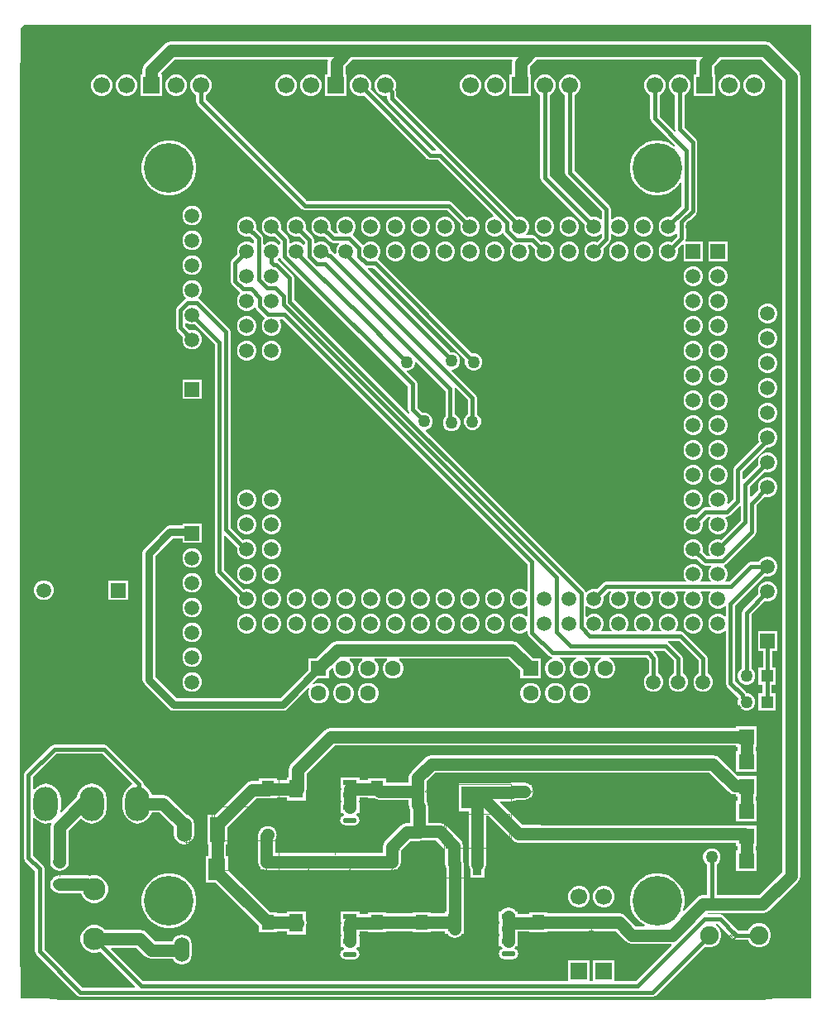
<source format=gbl>
G04*
G04 #@! TF.GenerationSoftware,Altium Limited,Altium Designer,22.3.1 (43)*
G04*
G04 Layer_Physical_Order=2*
G04 Layer_Color=16711680*
%FSLAX25Y25*%
%MOIN*%
G70*
G04*
G04 #@! TF.SameCoordinates,7771213D-0031-41E0-B7F0-5BACD8635ED2*
G04*
G04*
G04 #@! TF.FilePolarity,Positive*
G04*
G01*
G75*
%ADD12C,0.01000*%
%ADD13C,0.01500*%
%ADD20C,0.00394*%
%ADD21C,0.00100*%
%ADD22C,0.00197*%
%ADD23C,0.00300*%
%ADD25R,0.05512X0.04724*%
%ADD26O,0.05512X0.04724*%
%ADD27R,0.04000X0.03000*%
%ADD28O,0.04000X0.03000*%
%ADD30C,0.05000*%
%ADD31R,0.03000X0.04000*%
%ADD32O,0.03000X0.04000*%
%ADD33O,0.03740X0.09055*%
%ADD34R,0.03740X0.09055*%
%ADD35R,0.12992X0.09055*%
%ADD66C,0.05000*%
%ADD67C,0.03000*%
%ADD68R,0.05906X0.05906*%
%ADD69C,0.05906*%
%ADD70R,0.05906X0.05906*%
%ADD71C,0.06693*%
%ADD72R,0.06693X0.06693*%
%ADD73C,0.20000*%
%ADD74R,0.06299X0.06299*%
%ADD75C,0.06299*%
%ADD76O,0.09843X0.13780*%
%ADD77C,0.09055*%
%ADD78C,0.07480*%
%ADD79R,0.06299X0.06299*%
%ADD80O,0.05118X0.06000*%
%ADD81R,0.05118X0.06000*%
%ADD82O,0.05669X0.02165*%
%ADD83R,0.05669X0.02165*%
%ADD84R,0.05000X0.05000*%
%ADD85O,0.05500X0.04000*%
%ADD86O,0.06890X0.08661*%
%ADD87R,0.06890X0.08661*%
%ADD88O,0.06000X0.10000*%
%ADD89R,0.06000X0.10000*%
G36*
X318500D02*
X0D01*
Y391000D01*
X664Y391664D01*
X1000Y392000D01*
X1000Y392000D01*
X1256Y392500D01*
X318500D01*
Y0D01*
D02*
G37*
%LPC*%
G36*
X296365Y372346D02*
X294635D01*
X293038Y371685D01*
X291815Y370462D01*
X291154Y368865D01*
Y367135D01*
X291815Y365538D01*
X293038Y364315D01*
X294635Y363653D01*
X296365D01*
X297962Y364315D01*
X299185Y365538D01*
X299847Y367135D01*
Y368865D01*
X299185Y370462D01*
X297962Y371685D01*
X296365Y372346D01*
D02*
G37*
G36*
X286365D02*
X284635D01*
X283038Y371685D01*
X281815Y370462D01*
X281153Y368865D01*
Y367135D01*
X281815Y365538D01*
X283038Y364315D01*
X284635Y363653D01*
X286365D01*
X287962Y364315D01*
X289185Y365538D01*
X289846Y367135D01*
Y368865D01*
X289185Y370462D01*
X287962Y371685D01*
X286365Y372346D01*
D02*
G37*
G36*
X192031D02*
X190302D01*
X188705Y371685D01*
X187482Y370462D01*
X186820Y368865D01*
Y367135D01*
X187482Y365538D01*
X188705Y364315D01*
X190302Y363653D01*
X192031D01*
X193629Y364315D01*
X194851Y365538D01*
X195513Y367135D01*
Y368865D01*
X194851Y370462D01*
X193629Y371685D01*
X192031Y372346D01*
D02*
G37*
G36*
X182031D02*
X180302D01*
X178705Y371685D01*
X177482Y370462D01*
X176820Y368865D01*
Y367135D01*
X177482Y365538D01*
X178705Y364315D01*
X180302Y363653D01*
X182031D01*
X183629Y364315D01*
X184851Y365538D01*
X185513Y367135D01*
Y368865D01*
X184851Y370462D01*
X183629Y371685D01*
X182031Y372346D01*
D02*
G37*
G36*
X117698D02*
X115969D01*
X114371Y371685D01*
X113149Y370462D01*
X112487Y368865D01*
Y367135D01*
X113149Y365538D01*
X114371Y364315D01*
X115969Y363653D01*
X117698D01*
X119296Y364315D01*
X120518Y365538D01*
X121180Y367135D01*
Y368865D01*
X120518Y370462D01*
X119296Y371685D01*
X117698Y372346D01*
D02*
G37*
G36*
X107698D02*
X105969D01*
X104371Y371685D01*
X103149Y370462D01*
X102487Y368865D01*
Y367135D01*
X103149Y365538D01*
X104371Y364315D01*
X105969Y363653D01*
X107698D01*
X109295Y364315D01*
X110518Y365538D01*
X111180Y367135D01*
Y368865D01*
X110518Y370462D01*
X109295Y371685D01*
X107698Y372346D01*
D02*
G37*
G36*
X63365D02*
X61635D01*
X60038Y371685D01*
X58815Y370462D01*
X58153Y368865D01*
Y367135D01*
X58815Y365538D01*
X60038Y364315D01*
X61635Y363653D01*
X63365D01*
X64962Y364315D01*
X66185Y365538D01*
X66847Y367135D01*
Y368865D01*
X66185Y370462D01*
X64962Y371685D01*
X63365Y372346D01*
D02*
G37*
G36*
X43365D02*
X41635D01*
X40038Y371685D01*
X38815Y370462D01*
X38154Y368865D01*
Y367135D01*
X38815Y365538D01*
X40038Y364315D01*
X41635Y363653D01*
X43365D01*
X44962Y364315D01*
X46185Y365538D01*
X46846Y367135D01*
Y368865D01*
X46185Y370462D01*
X44962Y371685D01*
X43365Y372346D01*
D02*
G37*
G36*
X33365D02*
X31635D01*
X30038Y371685D01*
X28815Y370462D01*
X28154Y368865D01*
Y367135D01*
X28815Y365538D01*
X30038Y364315D01*
X31635Y363653D01*
X33365D01*
X34962Y364315D01*
X36185Y365538D01*
X36846Y367135D01*
Y368865D01*
X36185Y370462D01*
X34962Y371685D01*
X33365Y372346D01*
D02*
G37*
G36*
X266365D02*
X264635D01*
X263038Y371685D01*
X261815Y370462D01*
X261154Y368865D01*
Y367135D01*
X261815Y365538D01*
X263038Y364315D01*
X263606Y364080D01*
Y350279D01*
X263926Y349507D01*
X263502Y349224D01*
X257394Y355331D01*
Y364080D01*
X257962Y364315D01*
X259185Y365538D01*
X259846Y367135D01*
Y368865D01*
X259185Y370462D01*
X257962Y371685D01*
X256365Y372346D01*
X254635D01*
X253038Y371685D01*
X251815Y370462D01*
X251153Y368865D01*
Y367135D01*
X251815Y365538D01*
X253038Y364315D01*
X253606Y364080D01*
Y354547D01*
X254161Y353207D01*
X263559Y343809D01*
X263225Y343448D01*
X260716Y344896D01*
X257919Y345646D01*
X255022D01*
X252225Y344896D01*
X249716Y343448D01*
X247668Y341400D01*
X246220Y338891D01*
X245470Y336094D01*
Y333197D01*
X246220Y330400D01*
X247668Y327891D01*
X249716Y325843D01*
X252225Y324395D01*
X255022Y323646D01*
X257919D01*
X260716Y324395D01*
X263225Y325843D01*
X265273Y327891D01*
X265843Y328880D01*
X266326Y328750D01*
Y319191D01*
X261999Y314864D01*
X261786Y314953D01*
X260214D01*
X258761Y314351D01*
X257649Y313239D01*
X257047Y311786D01*
Y310214D01*
X257649Y308761D01*
X258761Y307649D01*
X260214Y307047D01*
X261786D01*
X263239Y307649D01*
X263888Y308297D01*
X264387Y308090D01*
Y307066D01*
X262131Y304810D01*
X261786Y304953D01*
X260214D01*
X258761Y304351D01*
X257649Y303239D01*
X257047Y301786D01*
Y300214D01*
X257649Y298761D01*
X258761Y297649D01*
X260214Y297047D01*
X261786D01*
X263239Y297649D01*
X264351Y298761D01*
X264953Y300214D01*
Y301786D01*
X264810Y302131D01*
X266585Y303906D01*
X267047Y303715D01*
Y297047D01*
X274953D01*
Y304953D01*
X268075D01*
X267798Y305368D01*
X268176Y306282D01*
Y312148D01*
X272060Y316032D01*
X272615Y317371D01*
Y345059D01*
X272060Y346398D01*
X267394Y351064D01*
Y364080D01*
X267962Y364315D01*
X269185Y365538D01*
X269847Y367135D01*
Y368865D01*
X269185Y370462D01*
X267962Y371685D01*
X266365Y372346D01*
D02*
G37*
G36*
X147698D02*
X145969D01*
X144371Y371685D01*
X143149Y370462D01*
X142487Y368865D01*
Y367135D01*
X143149Y365538D01*
X144371Y364315D01*
X145969Y363653D01*
X147536D01*
Y362756D01*
X148091Y361417D01*
X167317Y342190D01*
X167126Y341728D01*
X165784D01*
X140945Y366568D01*
X141180Y367135D01*
Y368865D01*
X140518Y370462D01*
X139295Y371685D01*
X137698Y372346D01*
X135969D01*
X134371Y371685D01*
X133149Y370462D01*
X132487Y368865D01*
Y367135D01*
X133149Y365538D01*
X134371Y364315D01*
X135969Y363653D01*
X137698D01*
X138266Y363889D01*
X163660Y338494D01*
X164999Y337940D01*
X168032D01*
X190557Y315415D01*
X190366Y314953D01*
X190214D01*
X188761Y314351D01*
X187649Y313239D01*
X187047Y311786D01*
Y310214D01*
X187649Y308761D01*
X188761Y307649D01*
X190214Y307047D01*
X191786D01*
X193239Y307649D01*
X194032Y308442D01*
X194522Y308344D01*
X194661Y308010D01*
X198307Y304363D01*
X198384Y303975D01*
X197649Y303239D01*
X197047Y301786D01*
Y300214D01*
X197649Y298761D01*
X198761Y297649D01*
X200214Y297047D01*
X201786D01*
X203239Y297649D01*
X204351Y298761D01*
X204953Y300214D01*
Y301786D01*
X204351Y303239D01*
X204243Y303347D01*
X204435Y303809D01*
X205513D01*
X207190Y302131D01*
X207047Y301786D01*
Y300214D01*
X207649Y298761D01*
X208761Y297649D01*
X210214Y297047D01*
X211786D01*
X213239Y297649D01*
X214351Y298761D01*
X214953Y300214D01*
Y301786D01*
X214351Y303239D01*
X213239Y304351D01*
X211786Y304953D01*
X210214D01*
X209869Y304810D01*
X207637Y307042D01*
X206297Y307597D01*
X203894D01*
X203687Y308097D01*
X204351Y308761D01*
X204953Y310214D01*
Y311786D01*
X204351Y313239D01*
X203239Y314351D01*
X201786Y314953D01*
X200214D01*
X200001Y314864D01*
X151324Y363541D01*
Y365404D01*
X150893Y366444D01*
X151180Y367135D01*
Y368865D01*
X150518Y370462D01*
X149295Y371685D01*
X147698Y372346D01*
D02*
G37*
G36*
X61068Y345646D02*
X58172D01*
X55374Y344896D01*
X52866Y343448D01*
X50818Y341400D01*
X49370Y338891D01*
X48620Y336094D01*
Y333197D01*
X49370Y330400D01*
X50818Y327891D01*
X52866Y325843D01*
X55374Y324395D01*
X58172Y323646D01*
X61068D01*
X63866Y324395D01*
X66374Y325843D01*
X68422Y327891D01*
X69870Y330400D01*
X70620Y333197D01*
Y336094D01*
X69870Y338891D01*
X68422Y341400D01*
X66374Y343448D01*
X63866Y344896D01*
X61068Y345646D01*
D02*
G37*
G36*
X222031Y372346D02*
X220302D01*
X218705Y371685D01*
X217482Y370462D01*
X216820Y368865D01*
Y367135D01*
X217482Y365538D01*
X218705Y364315D01*
X219272Y364080D01*
Y332833D01*
X219827Y331494D01*
X234106Y317215D01*
Y314138D01*
X233644Y313946D01*
X233239Y314351D01*
X231786Y314953D01*
X230214D01*
X229869Y314810D01*
X213061Y331618D01*
Y364080D01*
X213629Y364315D01*
X214851Y365538D01*
X215513Y367135D01*
Y368865D01*
X214851Y370462D01*
X213629Y371685D01*
X212031Y372346D01*
X210302D01*
X208704Y371685D01*
X207482Y370462D01*
X206820Y368865D01*
Y367135D01*
X207482Y365538D01*
X208704Y364315D01*
X209272Y364080D01*
Y330833D01*
X209827Y329494D01*
X227190Y312131D01*
X227047Y311786D01*
Y310214D01*
X227649Y308761D01*
X228761Y307649D01*
X230214Y307047D01*
X231786D01*
X233239Y307649D01*
X233644Y308054D01*
X234106Y307862D01*
Y306785D01*
X232131Y304810D01*
X231786Y304953D01*
X230214D01*
X228761Y304351D01*
X227649Y303239D01*
X227047Y301786D01*
Y300214D01*
X227649Y298761D01*
X228761Y297649D01*
X230214Y297047D01*
X231786D01*
X233239Y297649D01*
X234351Y298761D01*
X234953Y300214D01*
Y301786D01*
X234810Y302131D01*
X237339Y304661D01*
X237894Y306000D01*
Y307862D01*
X238356Y308054D01*
X238761Y307649D01*
X240214Y307047D01*
X241786D01*
X243239Y307649D01*
X244351Y308761D01*
X244953Y310214D01*
Y311786D01*
X244351Y313239D01*
X243239Y314351D01*
X241786Y314953D01*
X240214D01*
X238761Y314351D01*
X238356Y313946D01*
X237894Y314138D01*
Y318000D01*
X237339Y319339D01*
X223061Y333618D01*
Y364080D01*
X223629Y364315D01*
X224851Y365538D01*
X225513Y367135D01*
Y368865D01*
X224851Y370462D01*
X223629Y371685D01*
X222031Y372346D01*
D02*
G37*
G36*
X69786Y319453D02*
X68214D01*
X66761Y318851D01*
X65649Y317739D01*
X65047Y316286D01*
Y314714D01*
X65649Y313261D01*
X66761Y312149D01*
X68214Y311547D01*
X69786D01*
X71239Y312149D01*
X72351Y313261D01*
X72953Y314714D01*
Y316286D01*
X72351Y317739D01*
X71239Y318851D01*
X69786Y319453D01*
D02*
G37*
G36*
X131786Y314953D02*
X130214D01*
X128761Y314351D01*
X127649Y313239D01*
X127047Y311786D01*
Y310214D01*
X127649Y308761D01*
X127757Y308653D01*
X127565Y308191D01*
X126487D01*
X124810Y309869D01*
X124953Y310214D01*
Y311786D01*
X124351Y313239D01*
X123239Y314351D01*
X121786Y314953D01*
X120214D01*
X118761Y314351D01*
X117649Y313239D01*
X117047Y311786D01*
Y310214D01*
X117649Y308761D01*
X118761Y307649D01*
X120214Y307047D01*
X121786D01*
X122131Y307190D01*
X124363Y304958D01*
X125703Y304403D01*
X128106D01*
X128313Y303903D01*
X127649Y303239D01*
X127047Y301786D01*
Y300328D01*
X126613Y300056D01*
X125829Y300839D01*
X124953Y301202D01*
Y301786D01*
X124351Y303239D01*
X123239Y304351D01*
X121786Y304953D01*
X120214D01*
X118761Y304351D01*
X118653Y304243D01*
X118191Y304435D01*
Y305703D01*
X117637Y307042D01*
X114810Y309869D01*
X114953Y310214D01*
Y311786D01*
X114351Y313239D01*
X113239Y314351D01*
X111786Y314953D01*
X110214D01*
X108761Y314351D01*
X107649Y313239D01*
X107047Y311786D01*
Y310214D01*
X107649Y308761D01*
X108761Y307649D01*
X110214Y307047D01*
X111786D01*
X112131Y307190D01*
X114403Y304918D01*
Y303894D01*
X113903Y303687D01*
X113239Y304351D01*
X111786Y304953D01*
X110214D01*
X108761Y304351D01*
X108653Y304243D01*
X108191Y304435D01*
Y305703D01*
X107637Y307042D01*
X104810Y309869D01*
X104953Y310214D01*
Y311786D01*
X104351Y313239D01*
X103239Y314351D01*
X101786Y314953D01*
X100214D01*
X98761Y314351D01*
X97649Y313239D01*
X97047Y311786D01*
Y310214D01*
X97649Y308761D01*
X98761Y307649D01*
X100214Y307047D01*
X101786D01*
X102131Y307190D01*
X104403Y304918D01*
Y303894D01*
X103903Y303687D01*
X103239Y304351D01*
X101786Y304953D01*
X100214D01*
X98761Y304351D01*
X98139Y303729D01*
X97639Y303936D01*
Y306255D01*
X97084Y307595D01*
X94810Y309869D01*
X94953Y310214D01*
Y311786D01*
X94351Y313239D01*
X93239Y314351D01*
X91786Y314953D01*
X90214D01*
X88761Y314351D01*
X87649Y313239D01*
X87047Y311786D01*
Y310214D01*
X87649Y308761D01*
X88761Y307649D01*
X90214Y307047D01*
X91786D01*
X92131Y307190D01*
X93851Y305471D01*
Y304393D01*
X93389Y304201D01*
X93239Y304351D01*
X91786Y304953D01*
X90214D01*
X88761Y304351D01*
X87649Y303239D01*
X87047Y301786D01*
Y300214D01*
X87190Y299869D01*
X84958Y297637D01*
X84403Y296297D01*
Y289052D01*
X84958Y287713D01*
X88159Y284512D01*
X88283Y284461D01*
X88380Y283970D01*
X87649Y283239D01*
X87047Y281786D01*
Y280214D01*
X87649Y278761D01*
X88761Y277649D01*
X90214Y277047D01*
X91786D01*
X93239Y277649D01*
X94060Y278470D01*
X94649Y278352D01*
X94884Y277787D01*
X98307Y274363D01*
X98384Y273974D01*
X97649Y273239D01*
X97047Y271786D01*
Y270214D01*
X97649Y268761D01*
X98761Y267649D01*
X100214Y267047D01*
X101786D01*
X103239Y267649D01*
X104351Y268761D01*
X104953Y270214D01*
Y271786D01*
X104351Y273239D01*
X104243Y273347D01*
X104435Y273809D01*
X105442D01*
X204106Y175144D01*
Y164137D01*
X203644Y163946D01*
X203239Y164351D01*
X201786Y164953D01*
X200214D01*
X198761Y164351D01*
X197649Y163239D01*
X197047Y161786D01*
Y160214D01*
X197649Y158761D01*
X198761Y157649D01*
X200214Y157047D01*
X201786D01*
X203239Y157649D01*
X203644Y158054D01*
X204106Y157862D01*
Y154138D01*
X203644Y153946D01*
X203239Y154351D01*
X201786Y154953D01*
X200214D01*
X198761Y154351D01*
X197649Y153239D01*
X197047Y151786D01*
Y150214D01*
X197649Y148761D01*
X198761Y147649D01*
X200214Y147047D01*
X201786D01*
X203239Y147649D01*
X203644Y148054D01*
X204106Y147863D01*
Y147500D01*
X204661Y146161D01*
X212911Y137911D01*
X214058Y137435D01*
X214058Y136894D01*
X213149Y136518D01*
X211982Y135351D01*
X211350Y133825D01*
Y132175D01*
X211982Y130649D01*
X213149Y129482D01*
X214675Y128850D01*
X216325D01*
X217851Y129482D01*
X219018Y130649D01*
X219650Y132175D01*
Y133825D01*
X219018Y135351D01*
X217851Y136518D01*
X217035Y136856D01*
X217134Y137356D01*
X223866D01*
X223965Y136856D01*
X223149Y136518D01*
X221982Y135351D01*
X221350Y133825D01*
Y132175D01*
X221982Y130649D01*
X223149Y129482D01*
X224675Y128850D01*
X226325D01*
X227851Y129482D01*
X229018Y130649D01*
X229650Y132175D01*
Y133825D01*
X229018Y135351D01*
X227851Y136518D01*
X227035Y136856D01*
X227134Y137356D01*
X233866D01*
X233965Y136856D01*
X233149Y136518D01*
X231982Y135351D01*
X231350Y133825D01*
Y132175D01*
X231982Y130649D01*
X233149Y129482D01*
X234675Y128850D01*
X236325D01*
X237851Y129482D01*
X239018Y130649D01*
X239650Y132175D01*
Y133825D01*
X239018Y135351D01*
X237851Y136518D01*
X237035Y136856D01*
X237134Y137356D01*
X251965D01*
X253106Y136215D01*
Y130994D01*
X252761Y130851D01*
X251649Y129739D01*
X251047Y128286D01*
Y126714D01*
X251649Y125261D01*
X252761Y124149D01*
X254214Y123547D01*
X255786D01*
X257239Y124149D01*
X258351Y125261D01*
X258953Y126714D01*
Y128286D01*
X258351Y129739D01*
X257239Y130851D01*
X256894Y130994D01*
Y137000D01*
X256339Y138339D01*
X255035Y139644D01*
X255226Y140106D01*
X259215D01*
X263106Y136215D01*
Y130994D01*
X262761Y130851D01*
X261649Y129739D01*
X261047Y128286D01*
Y126714D01*
X261649Y125261D01*
X262761Y124149D01*
X264214Y123547D01*
X265786D01*
X267239Y124149D01*
X268351Y125261D01*
X268953Y126714D01*
Y128286D01*
X268351Y129739D01*
X267239Y130851D01*
X266894Y130994D01*
Y137000D01*
X266339Y138339D01*
X261339Y143339D01*
X260696Y143606D01*
X260796Y144106D01*
X265215D01*
X273106Y136215D01*
Y130994D01*
X272761Y130851D01*
X271649Y129739D01*
X271047Y128286D01*
Y126714D01*
X271649Y125261D01*
X272761Y124149D01*
X274214Y123547D01*
X275786D01*
X277239Y124149D01*
X278351Y125261D01*
X278953Y126714D01*
Y128286D01*
X278351Y129739D01*
X277239Y130851D01*
X276894Y130994D01*
Y137000D01*
X276339Y138339D01*
X267339Y147339D01*
X266000Y147894D01*
X264138D01*
X263946Y148356D01*
X264351Y148761D01*
X264953Y150214D01*
Y151786D01*
X264351Y153239D01*
X263239Y154351D01*
X261786Y154953D01*
X260214D01*
X258761Y154351D01*
X257649Y153239D01*
X257047Y151786D01*
Y150214D01*
X257649Y148761D01*
X258054Y148356D01*
X257862Y147894D01*
X254137D01*
X253946Y148356D01*
X254351Y148761D01*
X254953Y150214D01*
Y151786D01*
X254351Y153239D01*
X253239Y154351D01*
X251786Y154953D01*
X250214D01*
X248761Y154351D01*
X247649Y153239D01*
X247047Y151786D01*
Y150214D01*
X247649Y148761D01*
X248054Y148356D01*
X247863Y147894D01*
X244138D01*
X243946Y148356D01*
X244351Y148761D01*
X244953Y150214D01*
Y151786D01*
X244351Y153239D01*
X243239Y154351D01*
X241786Y154953D01*
X240214D01*
X238761Y154351D01*
X237649Y153239D01*
X237047Y151786D01*
Y150214D01*
X237649Y148761D01*
X238054Y148356D01*
X237862Y147894D01*
X234138D01*
X233946Y148356D01*
X234351Y148761D01*
X234953Y150214D01*
Y151786D01*
X234351Y153239D01*
X233239Y154351D01*
X231786Y154953D01*
X230214D01*
X228761Y154351D01*
X228097Y153687D01*
X227597Y153894D01*
Y158106D01*
X228097Y158313D01*
X228761Y157649D01*
X230214Y157047D01*
X231786D01*
X233239Y157649D01*
X234351Y158761D01*
X234953Y160214D01*
Y161786D01*
X234810Y162131D01*
X236785Y164106D01*
X237862D01*
X238054Y163644D01*
X237649Y163239D01*
X237047Y161786D01*
Y160214D01*
X237649Y158761D01*
X238761Y157649D01*
X240214Y157047D01*
X241786D01*
X243239Y157649D01*
X244351Y158761D01*
X244953Y160214D01*
Y161786D01*
X244351Y163239D01*
X243946Y163644D01*
X244138Y164106D01*
X247863D01*
X248054Y163644D01*
X247649Y163239D01*
X247047Y161786D01*
Y160214D01*
X247649Y158761D01*
X248761Y157649D01*
X250214Y157047D01*
X251786D01*
X253239Y157649D01*
X254351Y158761D01*
X254953Y160214D01*
Y161786D01*
X254351Y163239D01*
X253946Y163644D01*
X254137Y164106D01*
X257862D01*
X258054Y163644D01*
X257649Y163239D01*
X257047Y161786D01*
Y160214D01*
X257649Y158761D01*
X258761Y157649D01*
X260214Y157047D01*
X261786D01*
X263239Y157649D01*
X264351Y158761D01*
X264953Y160214D01*
Y161786D01*
X264351Y163239D01*
X263946Y163644D01*
X264138Y164106D01*
X267863D01*
X268054Y163644D01*
X267649Y163239D01*
X267047Y161786D01*
Y160214D01*
X267649Y158761D01*
X268761Y157649D01*
X270214Y157047D01*
X271786D01*
X273239Y157649D01*
X274351Y158761D01*
X274953Y160214D01*
Y161786D01*
X274351Y163239D01*
X273946Y163644D01*
X274137Y164106D01*
X277863D01*
X278054Y163644D01*
X277649Y163239D01*
X277047Y161786D01*
Y160214D01*
X277649Y158761D01*
X278761Y157649D01*
X280214Y157047D01*
X281786D01*
X283239Y157649D01*
X283644Y158054D01*
X284106Y157862D01*
Y154138D01*
X283644Y153946D01*
X283239Y154351D01*
X281786Y154953D01*
X280214D01*
X278761Y154351D01*
X277649Y153239D01*
X277047Y151786D01*
Y150214D01*
X277649Y148761D01*
X278761Y147649D01*
X280214Y147047D01*
X281786D01*
X283239Y147649D01*
X283644Y148054D01*
X284106Y147863D01*
Y126932D01*
X284661Y125593D01*
X288846Y121407D01*
Y121250D01*
X289136Y120549D01*
X288990Y120196D01*
Y118804D01*
X289523Y117517D01*
X290507Y116533D01*
X291794Y116000D01*
X293186D01*
X294473Y116533D01*
X295457Y117517D01*
X295990Y118804D01*
Y120196D01*
X295457Y121483D01*
X294473Y122467D01*
X293186Y123000D01*
X292300D01*
X292079Y123531D01*
X287894Y127717D01*
Y158215D01*
X299869Y170190D01*
X300214Y170047D01*
X301786D01*
X303239Y170649D01*
X304351Y171761D01*
X304953Y173214D01*
Y174786D01*
X304351Y176239D01*
X303239Y177351D01*
X301786Y177953D01*
X300214D01*
X298761Y177351D01*
X297649Y176239D01*
X297506Y175894D01*
X294154D01*
X292814Y175339D01*
X285369Y167894D01*
X284138D01*
X283946Y168356D01*
X284351Y168761D01*
X284953Y170214D01*
Y171786D01*
X284351Y173239D01*
X283500Y174090D01*
X283617Y174680D01*
X284287Y174958D01*
X295839Y186510D01*
X296394Y187849D01*
Y198715D01*
X299869Y202190D01*
X300214Y202047D01*
X301786D01*
X303239Y202649D01*
X304351Y203761D01*
X304953Y205214D01*
Y206786D01*
X304351Y208239D01*
X303239Y209351D01*
X301786Y209953D01*
X300214D01*
X298761Y209351D01*
X297649Y208239D01*
X297047Y206786D01*
Y205214D01*
X297190Y204869D01*
X294356Y202035D01*
X293894Y202226D01*
Y206215D01*
X299869Y212190D01*
X300214Y212047D01*
X301786D01*
X303239Y212649D01*
X304351Y213761D01*
X304953Y215214D01*
Y216786D01*
X304351Y218239D01*
X303239Y219351D01*
X301786Y219953D01*
X300214D01*
X298761Y219351D01*
X297649Y218239D01*
X297047Y216786D01*
Y215214D01*
X297190Y214869D01*
X291356Y209035D01*
X290894Y209226D01*
Y212215D01*
X300726Y222047D01*
X301786D01*
X303239Y222649D01*
X304351Y223761D01*
X304953Y225214D01*
Y226786D01*
X304351Y228239D01*
X303239Y229351D01*
X301786Y229953D01*
X300214D01*
X298761Y229351D01*
X297649Y228239D01*
X297047Y226786D01*
Y225214D01*
X297483Y224162D01*
X287661Y214339D01*
X287106Y213000D01*
Y201285D01*
X285111Y199290D01*
X284687Y199573D01*
X284953Y200214D01*
Y201786D01*
X284351Y203239D01*
X283239Y204351D01*
X281786Y204953D01*
X280214D01*
X278761Y204351D01*
X277649Y203239D01*
X277047Y201786D01*
Y200214D01*
X277649Y198761D01*
X278054Y198356D01*
X277863Y197894D01*
X276000D01*
X274661Y197339D01*
X272131Y194810D01*
X271786Y194953D01*
X270214D01*
X268761Y194351D01*
X267649Y193239D01*
X267047Y191786D01*
Y190214D01*
X267649Y188761D01*
X268761Y187649D01*
X270214Y187047D01*
X271786D01*
X273239Y187649D01*
X274351Y188761D01*
X274953Y190214D01*
Y191786D01*
X274810Y192131D01*
X276785Y194106D01*
X277863D01*
X278054Y193644D01*
X277649Y193239D01*
X277047Y191786D01*
Y190214D01*
X277649Y188761D01*
X278761Y187649D01*
X280214Y187047D01*
X281786D01*
X283239Y187649D01*
X284351Y188761D01*
X284953Y190214D01*
Y191786D01*
X284351Y193239D01*
X283946Y193644D01*
X284138Y194106D01*
X284500D01*
X285839Y194661D01*
X289644Y198465D01*
X290106Y198274D01*
Y192785D01*
X282131Y184810D01*
X281786Y184953D01*
X280214D01*
X278761Y184351D01*
X277649Y183239D01*
X277047Y181786D01*
Y180214D01*
X277649Y178761D01*
X277757Y178653D01*
X277565Y178191D01*
X276487D01*
X274810Y179869D01*
X274953Y180214D01*
Y181786D01*
X274351Y183239D01*
X273239Y184351D01*
X271786Y184953D01*
X270214D01*
X268761Y184351D01*
X267649Y183239D01*
X267047Y181786D01*
Y180214D01*
X267649Y178761D01*
X268761Y177649D01*
X270214Y177047D01*
X271786D01*
X272131Y177190D01*
X274363Y174958D01*
X275703Y174403D01*
X278106D01*
X278313Y173903D01*
X277649Y173239D01*
X277047Y171786D01*
Y170214D01*
X277649Y168761D01*
X278054Y168356D01*
X277863Y167894D01*
X274137D01*
X273946Y168356D01*
X274351Y168761D01*
X274953Y170214D01*
Y171786D01*
X274351Y173239D01*
X273239Y174351D01*
X271786Y174953D01*
X270214D01*
X268761Y174351D01*
X267649Y173239D01*
X267047Y171786D01*
Y170214D01*
X267649Y168761D01*
X268054Y168356D01*
X267863Y167894D01*
X236000D01*
X234661Y167339D01*
X232131Y164810D01*
X231786Y164953D01*
X230214D01*
X228761Y164351D01*
X228012Y163602D01*
X227422Y163719D01*
X227042Y164637D01*
X163130Y228549D01*
X163323Y229063D01*
X164483Y229543D01*
X165467Y230528D01*
X166000Y231814D01*
Y233207D01*
X165467Y234493D01*
X164483Y235478D01*
X163196Y236010D01*
X161804D01*
X161715Y235974D01*
X159724Y237965D01*
Y247519D01*
X159170Y248858D01*
X155490Y252538D01*
X155681Y253000D01*
X156196D01*
X157483Y253533D01*
X158467Y254517D01*
X159000Y255804D01*
Y256178D01*
X159462Y256370D01*
X171106Y244726D01*
Y234510D01*
X170683Y234087D01*
X170151Y232801D01*
Y231408D01*
X170683Y230122D01*
X171668Y229137D01*
X172954Y228605D01*
X174347D01*
X175633Y229137D01*
X176618Y230122D01*
X177151Y231408D01*
Y232801D01*
X176618Y234087D01*
X175633Y235072D01*
X174894Y235378D01*
Y245510D01*
X174753Y245850D01*
X175177Y246133D01*
X180106Y241205D01*
Y235504D01*
X180017Y235467D01*
X179033Y234483D01*
X178500Y233196D01*
Y231804D01*
X179033Y230517D01*
X180017Y229533D01*
X181304Y229000D01*
X182696D01*
X183983Y229533D01*
X184967Y230517D01*
X185500Y231804D01*
Y233196D01*
X184967Y234483D01*
X183983Y235467D01*
X183894Y235504D01*
Y241990D01*
X183339Y243329D01*
X173630Y253038D01*
X173822Y253500D01*
X174196D01*
X175483Y254033D01*
X176467Y255017D01*
X177000Y256304D01*
Y257696D01*
X176467Y258983D01*
X175483Y259967D01*
X174196Y260500D01*
X173179D01*
X139738Y293941D01*
X139929Y294403D01*
X141918D01*
X179037Y257285D01*
X179000Y257196D01*
Y255804D01*
X179533Y254517D01*
X180517Y253533D01*
X181804Y253000D01*
X183196D01*
X184483Y253533D01*
X185467Y254517D01*
X186000Y255804D01*
Y257196D01*
X185467Y258483D01*
X184483Y259467D01*
X183196Y260000D01*
X181804D01*
X181715Y259963D01*
X144042Y297637D01*
X143881Y297703D01*
X143784Y298194D01*
X144351Y298761D01*
X144953Y300214D01*
Y301786D01*
X144351Y303239D01*
X143239Y304351D01*
X141786Y304953D01*
X140214D01*
X138761Y304351D01*
X138025Y303615D01*
X137637Y303693D01*
X133813Y307516D01*
X133717Y308127D01*
X134351Y308761D01*
X134953Y310214D01*
Y311786D01*
X134351Y313239D01*
X133239Y314351D01*
X131786Y314953D01*
D02*
G37*
G36*
X251786D02*
X250214D01*
X248761Y314351D01*
X247649Y313239D01*
X247047Y311786D01*
Y310214D01*
X247649Y308761D01*
X248761Y307649D01*
X250214Y307047D01*
X251786D01*
X253239Y307649D01*
X254351Y308761D01*
X254953Y310214D01*
Y311786D01*
X254351Y313239D01*
X253239Y314351D01*
X251786Y314953D01*
D02*
G37*
G36*
X221786D02*
X220214D01*
X218761Y314351D01*
X217649Y313239D01*
X217047Y311786D01*
Y310214D01*
X217649Y308761D01*
X218761Y307649D01*
X220214Y307047D01*
X221786D01*
X223239Y307649D01*
X224351Y308761D01*
X224953Y310214D01*
Y311786D01*
X224351Y313239D01*
X223239Y314351D01*
X221786Y314953D01*
D02*
G37*
G36*
X211786D02*
X210214D01*
X208761Y314351D01*
X207649Y313239D01*
X207047Y311786D01*
Y310214D01*
X207649Y308761D01*
X208761Y307649D01*
X210214Y307047D01*
X211786D01*
X213239Y307649D01*
X214351Y308761D01*
X214953Y310214D01*
Y311786D01*
X214351Y313239D01*
X213239Y314351D01*
X211786Y314953D01*
D02*
G37*
G36*
X73365Y372346D02*
X71635D01*
X70038Y371685D01*
X68815Y370462D01*
X68154Y368865D01*
Y367135D01*
X68815Y365538D01*
X70038Y364315D01*
X70606Y364080D01*
Y361500D01*
X71161Y360161D01*
X113161Y318161D01*
X114500Y317606D01*
X171715D01*
X177190Y312131D01*
X177047Y311786D01*
Y310214D01*
X177649Y308761D01*
X178761Y307649D01*
X180214Y307047D01*
X181786D01*
X183239Y307649D01*
X184351Y308761D01*
X184953Y310214D01*
Y311786D01*
X184351Y313239D01*
X183239Y314351D01*
X181786Y314953D01*
X180214D01*
X179869Y314810D01*
X173839Y320839D01*
X172500Y321394D01*
X115285D01*
X74394Y362285D01*
Y364080D01*
X74962Y364315D01*
X76185Y365538D01*
X76846Y367135D01*
Y368865D01*
X76185Y370462D01*
X74962Y371685D01*
X73365Y372346D01*
D02*
G37*
G36*
X171786Y314953D02*
X170214D01*
X168761Y314351D01*
X167649Y313239D01*
X167047Y311786D01*
Y310214D01*
X167649Y308761D01*
X168761Y307649D01*
X170214Y307047D01*
X171786D01*
X173239Y307649D01*
X174351Y308761D01*
X174953Y310214D01*
Y311786D01*
X174351Y313239D01*
X173239Y314351D01*
X171786Y314953D01*
D02*
G37*
G36*
X161786D02*
X160214D01*
X158761Y314351D01*
X157649Y313239D01*
X157047Y311786D01*
Y310214D01*
X157649Y308761D01*
X158761Y307649D01*
X160214Y307047D01*
X161786D01*
X163239Y307649D01*
X164351Y308761D01*
X164953Y310214D01*
Y311786D01*
X164351Y313239D01*
X163239Y314351D01*
X161786Y314953D01*
D02*
G37*
G36*
X151786D02*
X150214D01*
X148761Y314351D01*
X147649Y313239D01*
X147047Y311786D01*
Y310214D01*
X147649Y308761D01*
X148761Y307649D01*
X150214Y307047D01*
X151786D01*
X153239Y307649D01*
X154351Y308761D01*
X154953Y310214D01*
Y311786D01*
X154351Y313239D01*
X153239Y314351D01*
X151786Y314953D01*
D02*
G37*
G36*
X141786D02*
X140214D01*
X138761Y314351D01*
X137649Y313239D01*
X137047Y311786D01*
Y310214D01*
X137649Y308761D01*
X138761Y307649D01*
X140214Y307047D01*
X141786D01*
X143239Y307649D01*
X144351Y308761D01*
X144953Y310214D01*
Y311786D01*
X144351Y313239D01*
X143239Y314351D01*
X141786Y314953D01*
D02*
G37*
G36*
X69786Y309453D02*
X68214D01*
X66761Y308851D01*
X65649Y307739D01*
X65047Y306286D01*
Y304714D01*
X65649Y303261D01*
X66761Y302149D01*
X68214Y301547D01*
X69786D01*
X71239Y302149D01*
X72351Y303261D01*
X72953Y304714D01*
Y306286D01*
X72351Y307739D01*
X71239Y308851D01*
X69786Y309453D01*
D02*
G37*
G36*
X284953Y304953D02*
X277047D01*
Y297047D01*
X284953D01*
Y304953D01*
D02*
G37*
G36*
X251786D02*
X250214D01*
X248761Y304351D01*
X247649Y303239D01*
X247047Y301786D01*
Y300214D01*
X247649Y298761D01*
X248761Y297649D01*
X250214Y297047D01*
X251786D01*
X253239Y297649D01*
X254351Y298761D01*
X254953Y300214D01*
Y301786D01*
X254351Y303239D01*
X253239Y304351D01*
X251786Y304953D01*
D02*
G37*
G36*
X241786D02*
X240214D01*
X238761Y304351D01*
X237649Y303239D01*
X237047Y301786D01*
Y300214D01*
X237649Y298761D01*
X238761Y297649D01*
X240214Y297047D01*
X241786D01*
X243239Y297649D01*
X244351Y298761D01*
X244953Y300214D01*
Y301786D01*
X244351Y303239D01*
X243239Y304351D01*
X241786Y304953D01*
D02*
G37*
G36*
X221786D02*
X220214D01*
X218761Y304351D01*
X217649Y303239D01*
X217047Y301786D01*
Y300214D01*
X217649Y298761D01*
X218761Y297649D01*
X220214Y297047D01*
X221786D01*
X223239Y297649D01*
X224351Y298761D01*
X224953Y300214D01*
Y301786D01*
X224351Y303239D01*
X223239Y304351D01*
X221786Y304953D01*
D02*
G37*
G36*
X191786D02*
X190214D01*
X188761Y304351D01*
X187649Y303239D01*
X187047Y301786D01*
Y300214D01*
X187649Y298761D01*
X188761Y297649D01*
X190214Y297047D01*
X191786D01*
X193239Y297649D01*
X194351Y298761D01*
X194953Y300214D01*
Y301786D01*
X194351Y303239D01*
X193239Y304351D01*
X191786Y304953D01*
D02*
G37*
G36*
X181786D02*
X180214D01*
X178761Y304351D01*
X177649Y303239D01*
X177047Y301786D01*
Y300214D01*
X177649Y298761D01*
X178761Y297649D01*
X180214Y297047D01*
X181786D01*
X183239Y297649D01*
X184351Y298761D01*
X184953Y300214D01*
Y301786D01*
X184351Y303239D01*
X183239Y304351D01*
X181786Y304953D01*
D02*
G37*
G36*
X171786D02*
X170214D01*
X168761Y304351D01*
X167649Y303239D01*
X167047Y301786D01*
Y300214D01*
X167649Y298761D01*
X168761Y297649D01*
X170214Y297047D01*
X171786D01*
X173239Y297649D01*
X174351Y298761D01*
X174953Y300214D01*
Y301786D01*
X174351Y303239D01*
X173239Y304351D01*
X171786Y304953D01*
D02*
G37*
G36*
X161786D02*
X160214D01*
X158761Y304351D01*
X157649Y303239D01*
X157047Y301786D01*
Y300214D01*
X157649Y298761D01*
X158761Y297649D01*
X160214Y297047D01*
X161786D01*
X163239Y297649D01*
X164351Y298761D01*
X164953Y300214D01*
Y301786D01*
X164351Y303239D01*
X163239Y304351D01*
X161786Y304953D01*
D02*
G37*
G36*
X151786D02*
X150214D01*
X148761Y304351D01*
X147649Y303239D01*
X147047Y301786D01*
Y300214D01*
X147649Y298761D01*
X148761Y297649D01*
X150214Y297047D01*
X151786D01*
X153239Y297649D01*
X154351Y298761D01*
X154953Y300214D01*
Y301786D01*
X154351Y303239D01*
X153239Y304351D01*
X151786Y304953D01*
D02*
G37*
G36*
X69786Y299453D02*
X68214D01*
X66761Y298851D01*
X65649Y297739D01*
X65047Y296286D01*
Y294714D01*
X65649Y293261D01*
X66761Y292149D01*
X68214Y291547D01*
X69786D01*
X71239Y292149D01*
X72351Y293261D01*
X72953Y294714D01*
Y296286D01*
X72351Y297739D01*
X71239Y298851D01*
X69786Y299453D01*
D02*
G37*
G36*
X281786Y294953D02*
X280214D01*
X278761Y294351D01*
X277649Y293239D01*
X277047Y291786D01*
Y290214D01*
X277649Y288761D01*
X278761Y287649D01*
X280214Y287047D01*
X281786D01*
X283239Y287649D01*
X284351Y288761D01*
X284953Y290214D01*
Y291786D01*
X284351Y293239D01*
X283239Y294351D01*
X281786Y294953D01*
D02*
G37*
G36*
X271786D02*
X270214D01*
X268761Y294351D01*
X267649Y293239D01*
X267047Y291786D01*
Y290214D01*
X267649Y288761D01*
X268761Y287649D01*
X270214Y287047D01*
X271786D01*
X273239Y287649D01*
X274351Y288761D01*
X274953Y290214D01*
Y291786D01*
X274351Y293239D01*
X273239Y294351D01*
X271786Y294953D01*
D02*
G37*
G36*
X281786Y284953D02*
X280214D01*
X278761Y284351D01*
X277649Y283239D01*
X277047Y281786D01*
Y280214D01*
X277649Y278761D01*
X278761Y277649D01*
X280214Y277047D01*
X281786D01*
X283239Y277649D01*
X284351Y278761D01*
X284953Y280214D01*
Y281786D01*
X284351Y283239D01*
X283239Y284351D01*
X281786Y284953D01*
D02*
G37*
G36*
X271786D02*
X270214D01*
X268761Y284351D01*
X267649Y283239D01*
X267047Y281786D01*
Y280214D01*
X267649Y278761D01*
X268761Y277649D01*
X270214Y277047D01*
X271786D01*
X273239Y277649D01*
X274351Y278761D01*
X274953Y280214D01*
Y281786D01*
X274351Y283239D01*
X273239Y284351D01*
X271786Y284953D01*
D02*
G37*
G36*
X301786Y279953D02*
X300214D01*
X298761Y279351D01*
X297649Y278239D01*
X297047Y276786D01*
Y275214D01*
X297649Y273761D01*
X298761Y272649D01*
X300214Y272047D01*
X301786D01*
X303239Y272649D01*
X304351Y273761D01*
X304953Y275214D01*
Y276786D01*
X304351Y278239D01*
X303239Y279351D01*
X301786Y279953D01*
D02*
G37*
G36*
X281786Y274953D02*
X280214D01*
X278761Y274351D01*
X277649Y273239D01*
X277047Y271786D01*
Y270214D01*
X277649Y268761D01*
X278761Y267649D01*
X280214Y267047D01*
X281786D01*
X283239Y267649D01*
X284351Y268761D01*
X284953Y270214D01*
Y271786D01*
X284351Y273239D01*
X283239Y274351D01*
X281786Y274953D01*
D02*
G37*
G36*
X271786D02*
X270214D01*
X268761Y274351D01*
X267649Y273239D01*
X267047Y271786D01*
Y270214D01*
X267649Y268761D01*
X268761Y267649D01*
X270214Y267047D01*
X271786D01*
X273239Y267649D01*
X274351Y268761D01*
X274953Y270214D01*
Y271786D01*
X274351Y273239D01*
X273239Y274351D01*
X271786Y274953D01*
D02*
G37*
G36*
X91786D02*
X90214D01*
X88761Y274351D01*
X87649Y273239D01*
X87047Y271786D01*
Y270214D01*
X87649Y268761D01*
X88761Y267649D01*
X90214Y267047D01*
X91786D01*
X93239Y267649D01*
X94351Y268761D01*
X94953Y270214D01*
Y271786D01*
X94351Y273239D01*
X93239Y274351D01*
X91786Y274953D01*
D02*
G37*
G36*
X301786Y269953D02*
X300214D01*
X298761Y269351D01*
X297649Y268239D01*
X297047Y266786D01*
Y265214D01*
X297649Y263761D01*
X298761Y262649D01*
X300214Y262047D01*
X301786D01*
X303239Y262649D01*
X304351Y263761D01*
X304953Y265214D01*
Y266786D01*
X304351Y268239D01*
X303239Y269351D01*
X301786Y269953D01*
D02*
G37*
G36*
X281786Y264953D02*
X280214D01*
X278761Y264351D01*
X277649Y263239D01*
X277047Y261786D01*
Y260214D01*
X277649Y258761D01*
X278761Y257649D01*
X280214Y257047D01*
X281786D01*
X283239Y257649D01*
X284351Y258761D01*
X284953Y260214D01*
Y261786D01*
X284351Y263239D01*
X283239Y264351D01*
X281786Y264953D01*
D02*
G37*
G36*
X271786D02*
X270214D01*
X268761Y264351D01*
X267649Y263239D01*
X267047Y261786D01*
Y260214D01*
X267649Y258761D01*
X268761Y257649D01*
X270214Y257047D01*
X271786D01*
X273239Y257649D01*
X274351Y258761D01*
X274953Y260214D01*
Y261786D01*
X274351Y263239D01*
X273239Y264351D01*
X271786Y264953D01*
D02*
G37*
G36*
X101786D02*
X100214D01*
X98761Y264351D01*
X97649Y263239D01*
X97047Y261786D01*
Y260214D01*
X97649Y258761D01*
X98761Y257649D01*
X100214Y257047D01*
X101786D01*
X103239Y257649D01*
X104351Y258761D01*
X104953Y260214D01*
Y261786D01*
X104351Y263239D01*
X103239Y264351D01*
X101786Y264953D01*
D02*
G37*
G36*
X91786D02*
X90214D01*
X88761Y264351D01*
X87649Y263239D01*
X87047Y261786D01*
Y260214D01*
X87649Y258761D01*
X88761Y257649D01*
X90214Y257047D01*
X91786D01*
X93239Y257649D01*
X94351Y258761D01*
X94953Y260214D01*
Y261786D01*
X94351Y263239D01*
X93239Y264351D01*
X91786Y264953D01*
D02*
G37*
G36*
X301786Y259953D02*
X300214D01*
X298761Y259351D01*
X297649Y258239D01*
X297047Y256786D01*
Y255214D01*
X297649Y253761D01*
X298761Y252649D01*
X300214Y252047D01*
X301786D01*
X303239Y252649D01*
X304351Y253761D01*
X304953Y255214D01*
Y256786D01*
X304351Y258239D01*
X303239Y259351D01*
X301786Y259953D01*
D02*
G37*
G36*
X281786Y254953D02*
X280214D01*
X278761Y254351D01*
X277649Y253239D01*
X277047Y251786D01*
Y250214D01*
X277649Y248761D01*
X278761Y247649D01*
X280214Y247047D01*
X281786D01*
X283239Y247649D01*
X284351Y248761D01*
X284953Y250214D01*
Y251786D01*
X284351Y253239D01*
X283239Y254351D01*
X281786Y254953D01*
D02*
G37*
G36*
X271786D02*
X270214D01*
X268761Y254351D01*
X267649Y253239D01*
X267047Y251786D01*
Y250214D01*
X267649Y248761D01*
X268761Y247649D01*
X270214Y247047D01*
X271786D01*
X273239Y247649D01*
X274351Y248761D01*
X274953Y250214D01*
Y251786D01*
X274351Y253239D01*
X273239Y254351D01*
X271786Y254953D01*
D02*
G37*
G36*
X301786Y249953D02*
X300214D01*
X298761Y249351D01*
X297649Y248239D01*
X297047Y246786D01*
Y245214D01*
X297649Y243761D01*
X298761Y242649D01*
X300214Y242047D01*
X301786D01*
X303239Y242649D01*
X304351Y243761D01*
X304953Y245214D01*
Y246786D01*
X304351Y248239D01*
X303239Y249351D01*
X301786Y249953D01*
D02*
G37*
G36*
X72953Y249453D02*
X65047D01*
Y241547D01*
X72953D01*
Y249453D01*
D02*
G37*
G36*
X281786Y244953D02*
X280214D01*
X278761Y244351D01*
X277649Y243239D01*
X277047Y241786D01*
Y240214D01*
X277649Y238761D01*
X278761Y237649D01*
X280214Y237047D01*
X281786D01*
X283239Y237649D01*
X284351Y238761D01*
X284953Y240214D01*
Y241786D01*
X284351Y243239D01*
X283239Y244351D01*
X281786Y244953D01*
D02*
G37*
G36*
X271786D02*
X270214D01*
X268761Y244351D01*
X267649Y243239D01*
X267047Y241786D01*
Y240214D01*
X267649Y238761D01*
X268761Y237649D01*
X270214Y237047D01*
X271786D01*
X273239Y237649D01*
X274351Y238761D01*
X274953Y240214D01*
Y241786D01*
X274351Y243239D01*
X273239Y244351D01*
X271786Y244953D01*
D02*
G37*
G36*
X301786Y239953D02*
X300214D01*
X298761Y239351D01*
X297649Y238239D01*
X297047Y236786D01*
Y235214D01*
X297649Y233761D01*
X298761Y232649D01*
X300214Y232047D01*
X301786D01*
X303239Y232649D01*
X304351Y233761D01*
X304953Y235214D01*
Y236786D01*
X304351Y238239D01*
X303239Y239351D01*
X301786Y239953D01*
D02*
G37*
G36*
X281786Y234953D02*
X280214D01*
X278761Y234351D01*
X277649Y233239D01*
X277047Y231786D01*
Y230214D01*
X277649Y228761D01*
X278761Y227649D01*
X280214Y227047D01*
X281786D01*
X283239Y227649D01*
X284351Y228761D01*
X284953Y230214D01*
Y231786D01*
X284351Y233239D01*
X283239Y234351D01*
X281786Y234953D01*
D02*
G37*
G36*
X271786D02*
X270214D01*
X268761Y234351D01*
X267649Y233239D01*
X267047Y231786D01*
Y230214D01*
X267649Y228761D01*
X268761Y227649D01*
X270214Y227047D01*
X271786D01*
X273239Y227649D01*
X274351Y228761D01*
X274953Y230214D01*
Y231786D01*
X274351Y233239D01*
X273239Y234351D01*
X271786Y234953D01*
D02*
G37*
G36*
X281786Y224953D02*
X280214D01*
X278761Y224351D01*
X277649Y223239D01*
X277047Y221786D01*
Y220214D01*
X277649Y218761D01*
X278761Y217649D01*
X280214Y217047D01*
X281786D01*
X283239Y217649D01*
X284351Y218761D01*
X284953Y220214D01*
Y221786D01*
X284351Y223239D01*
X283239Y224351D01*
X281786Y224953D01*
D02*
G37*
G36*
X271786D02*
X270214D01*
X268761Y224351D01*
X267649Y223239D01*
X267047Y221786D01*
Y220214D01*
X267649Y218761D01*
X268761Y217649D01*
X270214Y217047D01*
X271786D01*
X273239Y217649D01*
X274351Y218761D01*
X274953Y220214D01*
Y221786D01*
X274351Y223239D01*
X273239Y224351D01*
X271786Y224953D01*
D02*
G37*
G36*
X281786Y214953D02*
X280214D01*
X278761Y214351D01*
X277649Y213239D01*
X277047Y211786D01*
Y210214D01*
X277649Y208761D01*
X278761Y207649D01*
X280214Y207047D01*
X281786D01*
X283239Y207649D01*
X284351Y208761D01*
X284953Y210214D01*
Y211786D01*
X284351Y213239D01*
X283239Y214351D01*
X281786Y214953D01*
D02*
G37*
G36*
X271786D02*
X270214D01*
X268761Y214351D01*
X267649Y213239D01*
X267047Y211786D01*
Y210214D01*
X267649Y208761D01*
X268761Y207649D01*
X270214Y207047D01*
X271786D01*
X273239Y207649D01*
X274351Y208761D01*
X274953Y210214D01*
Y211786D01*
X274351Y213239D01*
X273239Y214351D01*
X271786Y214953D01*
D02*
G37*
G36*
Y204953D02*
X270214D01*
X268761Y204351D01*
X267649Y203239D01*
X267047Y201786D01*
Y200214D01*
X267649Y198761D01*
X268761Y197649D01*
X270214Y197047D01*
X271786D01*
X273239Y197649D01*
X274351Y198761D01*
X274953Y200214D01*
Y201786D01*
X274351Y203239D01*
X273239Y204351D01*
X271786Y204953D01*
D02*
G37*
G36*
X101786D02*
X100214D01*
X98761Y204351D01*
X97649Y203239D01*
X97047Y201786D01*
Y200214D01*
X97649Y198761D01*
X98761Y197649D01*
X100214Y197047D01*
X101786D01*
X103239Y197649D01*
X104351Y198761D01*
X104953Y200214D01*
Y201786D01*
X104351Y203239D01*
X103239Y204351D01*
X101786Y204953D01*
D02*
G37*
G36*
X91786D02*
X90214D01*
X88761Y204351D01*
X87649Y203239D01*
X87047Y201786D01*
Y200214D01*
X87649Y198761D01*
X88761Y197649D01*
X90214Y197047D01*
X91786D01*
X93239Y197649D01*
X94351Y198761D01*
X94953Y200214D01*
Y201786D01*
X94351Y203239D01*
X93239Y204351D01*
X91786Y204953D01*
D02*
G37*
G36*
X101786Y194953D02*
X100214D01*
X98761Y194351D01*
X97649Y193239D01*
X97047Y191786D01*
Y190214D01*
X97649Y188761D01*
X98761Y187649D01*
X100214Y187047D01*
X101786D01*
X103239Y187649D01*
X104351Y188761D01*
X104953Y190214D01*
Y191786D01*
X104351Y193239D01*
X103239Y194351D01*
X101786Y194953D01*
D02*
G37*
G36*
X91786D02*
X90214D01*
X88761Y194351D01*
X87649Y193239D01*
X87047Y191786D01*
Y190214D01*
X87649Y188761D01*
X88761Y187649D01*
X90214Y187047D01*
X91786D01*
X93239Y187649D01*
X94351Y188761D01*
X94953Y190214D01*
Y191786D01*
X94351Y193239D01*
X93239Y194351D01*
X91786Y194953D01*
D02*
G37*
G36*
X72953Y191453D02*
X65047D01*
Y190569D01*
X60020D01*
X59045Y190375D01*
X58218Y189823D01*
X49698Y181302D01*
X49145Y180475D01*
X48951Y179500D01*
Y128500D01*
X49145Y127525D01*
X49698Y126698D01*
X59698Y116698D01*
X60525Y116145D01*
X61500Y115951D01*
X105500D01*
X106475Y116145D01*
X107302Y116698D01*
X115931Y125326D01*
X116355Y125043D01*
X115850Y123825D01*
Y122175D01*
X116482Y120649D01*
X117649Y119482D01*
X119175Y118850D01*
X120825D01*
X122351Y119482D01*
X123518Y120649D01*
X124150Y122175D01*
Y123825D01*
X123518Y125351D01*
X122351Y126518D01*
X120825Y127150D01*
X119175D01*
X117957Y126645D01*
X117674Y127069D01*
X119455Y128850D01*
X124150D01*
Y132103D01*
X125389Y133342D01*
X125850Y133150D01*
Y132175D01*
X126482Y130649D01*
X127649Y129482D01*
X129175Y128850D01*
X130825D01*
X132351Y129482D01*
X133518Y130649D01*
X134150Y132175D01*
Y133825D01*
X133518Y135351D01*
X132437Y136431D01*
X132559Y136931D01*
X137441D01*
X137563Y136431D01*
X136482Y135351D01*
X135850Y133825D01*
Y132175D01*
X136482Y130649D01*
X137649Y129482D01*
X139175Y128850D01*
X140825D01*
X142351Y129482D01*
X143518Y130649D01*
X144150Y132175D01*
Y133825D01*
X143518Y135351D01*
X142437Y136431D01*
X142559Y136931D01*
X147441D01*
X147563Y136431D01*
X146482Y135351D01*
X145850Y133825D01*
Y132175D01*
X146482Y130649D01*
X147649Y129482D01*
X149175Y128850D01*
X150825D01*
X152351Y129482D01*
X153518Y130649D01*
X154150Y132175D01*
Y133825D01*
X153518Y135351D01*
X152437Y136431D01*
X152559Y136931D01*
X196522D01*
X201350Y132103D01*
Y128850D01*
X209650D01*
Y137150D01*
X206397D01*
X200523Y143023D01*
X199366Y143797D01*
X198000Y144069D01*
X127500D01*
X126134Y143797D01*
X124977Y143023D01*
X119103Y137150D01*
X115850D01*
Y132455D01*
X104444Y121049D01*
X62556D01*
X54049Y129556D01*
Y178444D01*
X61076Y185471D01*
X65047D01*
Y183547D01*
X72953D01*
Y191453D01*
D02*
G37*
G36*
X101786Y184953D02*
X100214D01*
X98761Y184351D01*
X97649Y183239D01*
X97047Y181786D01*
Y180214D01*
X97649Y178761D01*
X98761Y177649D01*
X100214Y177047D01*
X101786D01*
X103239Y177649D01*
X104351Y178761D01*
X104953Y180214D01*
Y181786D01*
X104351Y183239D01*
X103239Y184351D01*
X101786Y184953D01*
D02*
G37*
G36*
X69786Y289453D02*
X68214D01*
X66761Y288851D01*
X65649Y287739D01*
X65047Y286286D01*
Y284714D01*
X65649Y283261D01*
X66446Y282464D01*
X66260Y281943D01*
X66010Y281839D01*
X62958Y278787D01*
X62403Y277448D01*
Y270203D01*
X62958Y268863D01*
X65190Y266631D01*
X65047Y266286D01*
Y264714D01*
X65649Y263261D01*
X66761Y262149D01*
X68214Y261547D01*
X69786D01*
X71239Y262149D01*
X72351Y263261D01*
X72953Y264714D01*
Y266286D01*
X72351Y267739D01*
X71239Y268851D01*
X69786Y269453D01*
X68214D01*
X67869Y269310D01*
X66191Y270987D01*
Y272065D01*
X66653Y272257D01*
X66761Y272149D01*
X68214Y271547D01*
X69786D01*
X70131Y271690D01*
X78106Y263715D01*
Y172000D01*
X78661Y170661D01*
X87190Y162131D01*
X87047Y161786D01*
Y160214D01*
X87649Y158761D01*
X88761Y157649D01*
X90214Y157047D01*
X91786D01*
X93239Y157649D01*
X94351Y158761D01*
X94953Y160214D01*
Y161786D01*
X94351Y163239D01*
X93239Y164351D01*
X91786Y164953D01*
X90214D01*
X89869Y164810D01*
X81894Y172785D01*
Y186274D01*
X82356Y186465D01*
X87047Y181774D01*
Y180214D01*
X87649Y178761D01*
X88761Y177649D01*
X90214Y177047D01*
X91786D01*
X93239Y177649D01*
X94351Y178761D01*
X94953Y180214D01*
Y181786D01*
X94351Y183239D01*
X93239Y184351D01*
X91786Y184953D01*
X90214D01*
X89515Y184663D01*
X84394Y189785D01*
Y268651D01*
X83839Y269990D01*
X72287Y281542D01*
X72030Y281649D01*
X71839Y281839D01*
X71696Y281899D01*
X71579Y282489D01*
X72351Y283261D01*
X72953Y284714D01*
Y286286D01*
X72351Y287739D01*
X71239Y288851D01*
X69786Y289453D01*
D02*
G37*
G36*
Y181453D02*
X68214D01*
X66761Y180851D01*
X65649Y179739D01*
X65047Y178286D01*
Y176714D01*
X65649Y175261D01*
X66761Y174149D01*
X68214Y173547D01*
X69786D01*
X71239Y174149D01*
X72351Y175261D01*
X72953Y176714D01*
Y178286D01*
X72351Y179739D01*
X71239Y180851D01*
X69786Y181453D01*
D02*
G37*
G36*
X101786Y174953D02*
X100214D01*
X98761Y174351D01*
X97649Y173239D01*
X97047Y171786D01*
Y170214D01*
X97649Y168761D01*
X98761Y167649D01*
X100214Y167047D01*
X101786D01*
X103239Y167649D01*
X104351Y168761D01*
X104953Y170214D01*
Y171786D01*
X104351Y173239D01*
X103239Y174351D01*
X101786Y174953D01*
D02*
G37*
G36*
X91786D02*
X90214D01*
X88761Y174351D01*
X87649Y173239D01*
X87047Y171786D01*
Y170214D01*
X87649Y168761D01*
X88761Y167649D01*
X90214Y167047D01*
X91786D01*
X93239Y167649D01*
X94351Y168761D01*
X94953Y170214D01*
Y171786D01*
X94351Y173239D01*
X93239Y174351D01*
X91786Y174953D01*
D02*
G37*
G36*
X69786Y171453D02*
X68214D01*
X66761Y170851D01*
X65649Y169739D01*
X65047Y168286D01*
Y166714D01*
X65649Y165261D01*
X66761Y164149D01*
X68214Y163547D01*
X69786D01*
X71239Y164149D01*
X72351Y165261D01*
X72953Y166714D01*
Y168286D01*
X72351Y169739D01*
X71239Y170851D01*
X69786Y171453D01*
D02*
G37*
G36*
X43035Y168453D02*
X35130D01*
Y160547D01*
X43035D01*
Y168453D01*
D02*
G37*
G36*
X9948D02*
X8375D01*
X6922Y167851D01*
X5810Y166739D01*
X5209Y165286D01*
Y163714D01*
X5810Y162261D01*
X6922Y161149D01*
X8375Y160547D01*
X9948D01*
X11400Y161149D01*
X12513Y162261D01*
X13114Y163714D01*
Y165286D01*
X12513Y166739D01*
X11400Y167851D01*
X9948Y168453D01*
D02*
G37*
G36*
X301786Y167953D02*
X300214D01*
X298761Y167351D01*
X297649Y166239D01*
X297047Y164786D01*
Y163214D01*
X297190Y162869D01*
X291161Y156839D01*
X290606Y155500D01*
Y133004D01*
X290517Y132967D01*
X289533Y131983D01*
X289000Y130696D01*
Y129304D01*
X289533Y128017D01*
X290517Y127033D01*
X291804Y126500D01*
X293196D01*
X294483Y127033D01*
X295467Y128017D01*
X296000Y129304D01*
Y130696D01*
X295467Y131983D01*
X294483Y132967D01*
X294394Y133004D01*
Y154715D01*
X299869Y160190D01*
X300214Y160047D01*
X301786D01*
X303239Y160649D01*
X304351Y161761D01*
X304953Y163214D01*
Y164786D01*
X304351Y166239D01*
X303239Y167351D01*
X301786Y167953D01*
D02*
G37*
G36*
X191786Y164953D02*
X190214D01*
X188761Y164351D01*
X187649Y163239D01*
X187047Y161786D01*
Y160214D01*
X187649Y158761D01*
X188761Y157649D01*
X190214Y157047D01*
X191786D01*
X193239Y157649D01*
X194351Y158761D01*
X194953Y160214D01*
Y161786D01*
X194351Y163239D01*
X193239Y164351D01*
X191786Y164953D01*
D02*
G37*
G36*
X181786D02*
X180214D01*
X178761Y164351D01*
X177649Y163239D01*
X177047Y161786D01*
Y160214D01*
X177649Y158761D01*
X178761Y157649D01*
X180214Y157047D01*
X181786D01*
X183239Y157649D01*
X184351Y158761D01*
X184953Y160214D01*
Y161786D01*
X184351Y163239D01*
X183239Y164351D01*
X181786Y164953D01*
D02*
G37*
G36*
X171786D02*
X170214D01*
X168761Y164351D01*
X167649Y163239D01*
X167047Y161786D01*
Y160214D01*
X167649Y158761D01*
X168761Y157649D01*
X170214Y157047D01*
X171786D01*
X173239Y157649D01*
X174351Y158761D01*
X174953Y160214D01*
Y161786D01*
X174351Y163239D01*
X173239Y164351D01*
X171786Y164953D01*
D02*
G37*
G36*
X161786D02*
X160214D01*
X158761Y164351D01*
X157649Y163239D01*
X157047Y161786D01*
Y160214D01*
X157649Y158761D01*
X158761Y157649D01*
X160214Y157047D01*
X161786D01*
X163239Y157649D01*
X164351Y158761D01*
X164953Y160214D01*
Y161786D01*
X164351Y163239D01*
X163239Y164351D01*
X161786Y164953D01*
D02*
G37*
G36*
X151786D02*
X150214D01*
X148761Y164351D01*
X147649Y163239D01*
X147047Y161786D01*
Y160214D01*
X147649Y158761D01*
X148761Y157649D01*
X150214Y157047D01*
X151786D01*
X153239Y157649D01*
X154351Y158761D01*
X154953Y160214D01*
Y161786D01*
X154351Y163239D01*
X153239Y164351D01*
X151786Y164953D01*
D02*
G37*
G36*
X141786D02*
X140214D01*
X138761Y164351D01*
X137649Y163239D01*
X137047Y161786D01*
Y160214D01*
X137649Y158761D01*
X138761Y157649D01*
X140214Y157047D01*
X141786D01*
X143239Y157649D01*
X144351Y158761D01*
X144953Y160214D01*
Y161786D01*
X144351Y163239D01*
X143239Y164351D01*
X141786Y164953D01*
D02*
G37*
G36*
X131786D02*
X130214D01*
X128761Y164351D01*
X127649Y163239D01*
X127047Y161786D01*
Y160214D01*
X127649Y158761D01*
X128761Y157649D01*
X130214Y157047D01*
X131786D01*
X133239Y157649D01*
X134351Y158761D01*
X134953Y160214D01*
Y161786D01*
X134351Y163239D01*
X133239Y164351D01*
X131786Y164953D01*
D02*
G37*
G36*
X121786D02*
X120214D01*
X118761Y164351D01*
X117649Y163239D01*
X117047Y161786D01*
Y160214D01*
X117649Y158761D01*
X118761Y157649D01*
X120214Y157047D01*
X121786D01*
X123239Y157649D01*
X124351Y158761D01*
X124953Y160214D01*
Y161786D01*
X124351Y163239D01*
X123239Y164351D01*
X121786Y164953D01*
D02*
G37*
G36*
X111786D02*
X110214D01*
X108761Y164351D01*
X107649Y163239D01*
X107047Y161786D01*
Y160214D01*
X107649Y158761D01*
X108761Y157649D01*
X110214Y157047D01*
X111786D01*
X113239Y157649D01*
X114351Y158761D01*
X114953Y160214D01*
Y161786D01*
X114351Y163239D01*
X113239Y164351D01*
X111786Y164953D01*
D02*
G37*
G36*
X101786D02*
X100214D01*
X98761Y164351D01*
X97649Y163239D01*
X97047Y161786D01*
Y160214D01*
X97649Y158761D01*
X98761Y157649D01*
X100214Y157047D01*
X101786D01*
X103239Y157649D01*
X104351Y158761D01*
X104953Y160214D01*
Y161786D01*
X104351Y163239D01*
X103239Y164351D01*
X101786Y164953D01*
D02*
G37*
G36*
X69786Y161453D02*
X68214D01*
X66761Y160851D01*
X65649Y159739D01*
X65047Y158286D01*
Y156714D01*
X65649Y155261D01*
X66761Y154149D01*
X68214Y153547D01*
X69786D01*
X71239Y154149D01*
X72351Y155261D01*
X72953Y156714D01*
Y158286D01*
X72351Y159739D01*
X71239Y160851D01*
X69786Y161453D01*
D02*
G37*
G36*
X271786Y154953D02*
X270214D01*
X268761Y154351D01*
X267649Y153239D01*
X267047Y151786D01*
Y150214D01*
X267649Y148761D01*
X268761Y147649D01*
X270214Y147047D01*
X271786D01*
X273239Y147649D01*
X274351Y148761D01*
X274953Y150214D01*
Y151786D01*
X274351Y153239D01*
X273239Y154351D01*
X271786Y154953D01*
D02*
G37*
G36*
X191786D02*
X190214D01*
X188761Y154351D01*
X187649Y153239D01*
X187047Y151786D01*
Y150214D01*
X187649Y148761D01*
X188761Y147649D01*
X190214Y147047D01*
X191786D01*
X193239Y147649D01*
X194351Y148761D01*
X194953Y150214D01*
Y151786D01*
X194351Y153239D01*
X193239Y154351D01*
X191786Y154953D01*
D02*
G37*
G36*
X181786D02*
X180214D01*
X178761Y154351D01*
X177649Y153239D01*
X177047Y151786D01*
Y150214D01*
X177649Y148761D01*
X178761Y147649D01*
X180214Y147047D01*
X181786D01*
X183239Y147649D01*
X184351Y148761D01*
X184953Y150214D01*
Y151786D01*
X184351Y153239D01*
X183239Y154351D01*
X181786Y154953D01*
D02*
G37*
G36*
X171786D02*
X170214D01*
X168761Y154351D01*
X167649Y153239D01*
X167047Y151786D01*
Y150214D01*
X167649Y148761D01*
X168761Y147649D01*
X170214Y147047D01*
X171786D01*
X173239Y147649D01*
X174351Y148761D01*
X174953Y150214D01*
Y151786D01*
X174351Y153239D01*
X173239Y154351D01*
X171786Y154953D01*
D02*
G37*
G36*
X161786D02*
X160214D01*
X158761Y154351D01*
X157649Y153239D01*
X157047Y151786D01*
Y150214D01*
X157649Y148761D01*
X158761Y147649D01*
X160214Y147047D01*
X161786D01*
X163239Y147649D01*
X164351Y148761D01*
X164953Y150214D01*
Y151786D01*
X164351Y153239D01*
X163239Y154351D01*
X161786Y154953D01*
D02*
G37*
G36*
X151786D02*
X150214D01*
X148761Y154351D01*
X147649Y153239D01*
X147047Y151786D01*
Y150214D01*
X147649Y148761D01*
X148761Y147649D01*
X150214Y147047D01*
X151786D01*
X153239Y147649D01*
X154351Y148761D01*
X154953Y150214D01*
Y151786D01*
X154351Y153239D01*
X153239Y154351D01*
X151786Y154953D01*
D02*
G37*
G36*
X141786D02*
X140214D01*
X138761Y154351D01*
X137649Y153239D01*
X137047Y151786D01*
Y150214D01*
X137649Y148761D01*
X138761Y147649D01*
X140214Y147047D01*
X141786D01*
X143239Y147649D01*
X144351Y148761D01*
X144953Y150214D01*
Y151786D01*
X144351Y153239D01*
X143239Y154351D01*
X141786Y154953D01*
D02*
G37*
G36*
X131786D02*
X130214D01*
X128761Y154351D01*
X127649Y153239D01*
X127047Y151786D01*
Y150214D01*
X127649Y148761D01*
X128761Y147649D01*
X130214Y147047D01*
X131786D01*
X133239Y147649D01*
X134351Y148761D01*
X134953Y150214D01*
Y151786D01*
X134351Y153239D01*
X133239Y154351D01*
X131786Y154953D01*
D02*
G37*
G36*
X121786D02*
X120214D01*
X118761Y154351D01*
X117649Y153239D01*
X117047Y151786D01*
Y150214D01*
X117649Y148761D01*
X118761Y147649D01*
X120214Y147047D01*
X121786D01*
X123239Y147649D01*
X124351Y148761D01*
X124953Y150214D01*
Y151786D01*
X124351Y153239D01*
X123239Y154351D01*
X121786Y154953D01*
D02*
G37*
G36*
X111786D02*
X110214D01*
X108761Y154351D01*
X107649Y153239D01*
X107047Y151786D01*
Y150214D01*
X107649Y148761D01*
X108761Y147649D01*
X110214Y147047D01*
X111786D01*
X113239Y147649D01*
X114351Y148761D01*
X114953Y150214D01*
Y151786D01*
X114351Y153239D01*
X113239Y154351D01*
X111786Y154953D01*
D02*
G37*
G36*
X101786D02*
X100214D01*
X98761Y154351D01*
X97649Y153239D01*
X97047Y151786D01*
Y150214D01*
X97649Y148761D01*
X98761Y147649D01*
X100214Y147047D01*
X101786D01*
X103239Y147649D01*
X104351Y148761D01*
X104953Y150214D01*
Y151786D01*
X104351Y153239D01*
X103239Y154351D01*
X101786Y154953D01*
D02*
G37*
G36*
X91786D02*
X90214D01*
X88761Y154351D01*
X87649Y153239D01*
X87047Y151786D01*
Y150214D01*
X87649Y148761D01*
X88761Y147649D01*
X90214Y147047D01*
X91786D01*
X93239Y147649D01*
X94351Y148761D01*
X94953Y150214D01*
Y151786D01*
X94351Y153239D01*
X93239Y154351D01*
X91786Y154953D01*
D02*
G37*
G36*
X69786Y151453D02*
X68214D01*
X66761Y150851D01*
X65649Y149739D01*
X65047Y148286D01*
Y146714D01*
X65649Y145261D01*
X66761Y144149D01*
X68214Y143547D01*
X69786D01*
X71239Y144149D01*
X72351Y145261D01*
X72953Y146714D01*
Y148286D01*
X72351Y149739D01*
X71239Y150851D01*
X69786Y151453D01*
D02*
G37*
G36*
Y141453D02*
X68214D01*
X66761Y140851D01*
X65649Y139739D01*
X65047Y138286D01*
Y136714D01*
X65649Y135261D01*
X66761Y134149D01*
X68214Y133547D01*
X69786D01*
X71239Y134149D01*
X72351Y135261D01*
X72953Y136714D01*
Y138286D01*
X72351Y139739D01*
X71239Y140851D01*
X69786Y141453D01*
D02*
G37*
G36*
Y131453D02*
X68214D01*
X66761Y130851D01*
X65649Y129739D01*
X65047Y128286D01*
Y126714D01*
X65649Y125261D01*
X66761Y124149D01*
X68214Y123547D01*
X69786D01*
X71239Y124149D01*
X72351Y125261D01*
X72953Y126714D01*
Y128286D01*
X72351Y129739D01*
X71239Y130851D01*
X69786Y131453D01*
D02*
G37*
G36*
X226325Y127150D02*
X224675D01*
X223149Y126518D01*
X221982Y125351D01*
X221350Y123825D01*
Y122175D01*
X221982Y120649D01*
X223149Y119482D01*
X224675Y118850D01*
X226325D01*
X227851Y119482D01*
X229018Y120649D01*
X229650Y122175D01*
Y123825D01*
X229018Y125351D01*
X227851Y126518D01*
X226325Y127150D01*
D02*
G37*
G36*
X216325D02*
X214675D01*
X213149Y126518D01*
X211982Y125351D01*
X211350Y123825D01*
Y122175D01*
X211982Y120649D01*
X213149Y119482D01*
X214675Y118850D01*
X216325D01*
X217851Y119482D01*
X219018Y120649D01*
X219650Y122175D01*
Y123825D01*
X219018Y125351D01*
X217851Y126518D01*
X216325Y127150D01*
D02*
G37*
G36*
X206325D02*
X204675D01*
X203149Y126518D01*
X201982Y125351D01*
X201350Y123825D01*
Y122175D01*
X201982Y120649D01*
X203149Y119482D01*
X204675Y118850D01*
X206325D01*
X207851Y119482D01*
X209018Y120649D01*
X209650Y122175D01*
Y123825D01*
X209018Y125351D01*
X207851Y126518D01*
X206325Y127150D01*
D02*
G37*
G36*
X140825D02*
X139175D01*
X137649Y126518D01*
X136482Y125351D01*
X135850Y123825D01*
Y122175D01*
X136482Y120649D01*
X137649Y119482D01*
X139175Y118850D01*
X140825D01*
X142351Y119482D01*
X143518Y120649D01*
X144150Y122175D01*
Y123825D01*
X143518Y125351D01*
X142351Y126518D01*
X140825Y127150D01*
D02*
G37*
G36*
X130825D02*
X129175D01*
X127649Y126518D01*
X126482Y125351D01*
X125850Y123825D01*
Y122175D01*
X126482Y120649D01*
X127649Y119482D01*
X129175Y118850D01*
X130825D01*
X132351Y119482D01*
X133518Y120649D01*
X134150Y122175D01*
Y123825D01*
X133518Y125351D01*
X132351Y126518D01*
X130825Y127150D01*
D02*
G37*
G36*
X304953Y147953D02*
X297047D01*
Y140047D01*
X299106D01*
Y133480D01*
X297230D01*
Y126480D01*
X298836D01*
Y122980D01*
X297220D01*
Y115980D01*
X304220D01*
Y122980D01*
X302624D01*
Y126480D01*
X304230D01*
Y133480D01*
X302894D01*
Y140047D01*
X304953D01*
Y147953D01*
D02*
G37*
G36*
X296650Y109650D02*
X288350D01*
Y109069D01*
X125000D01*
X123634Y108797D01*
X122477Y108023D01*
X108977Y94523D01*
X108203Y93366D01*
X107931Y92000D01*
Y89014D01*
X107165D01*
Y88069D01*
X103059D01*
Y88645D01*
X95941D01*
Y87714D01*
X93245D01*
X91879Y87442D01*
X90722Y86668D01*
X78153Y74100D01*
X75200D01*
Y62100D01*
X75531D01*
Y57386D01*
X74555D01*
Y46725D01*
X78398D01*
X95941Y29182D01*
Y26645D01*
X103059D01*
Y27076D01*
X107165D01*
Y25809D01*
X114835D01*
Y29326D01*
X115069Y30498D01*
X114835Y31678D01*
Y35014D01*
X107165D01*
Y34214D01*
X103059D01*
Y34645D01*
X100571D01*
X83445Y51771D01*
Y57386D01*
X82669D01*
Y62100D01*
X83200D01*
Y69053D01*
X94723Y80576D01*
X99441D01*
X99786Y80645D01*
X103059D01*
Y80931D01*
X107165D01*
Y79809D01*
X114835D01*
Y83324D01*
X115069Y84500D01*
Y90522D01*
X126478Y101931D01*
X288350D01*
Y101350D01*
X288931D01*
Y99650D01*
X288350D01*
Y91350D01*
X296650D01*
Y99650D01*
X296069D01*
Y101350D01*
X296650D01*
Y109650D01*
D02*
G37*
G36*
X279000Y98069D02*
X165500D01*
X164134Y97797D01*
X162977Y97023D01*
X157377Y91423D01*
X156603Y90266D01*
X156331Y88900D01*
Y87069D01*
X147059D01*
Y88645D01*
X139941D01*
Y87980D01*
X136488D01*
Y89014D01*
X128819D01*
Y84849D01*
X128819D01*
X129103Y84503D01*
X129085Y84412D01*
Y83975D01*
X128819D01*
Y79809D01*
X129085D01*
Y78935D01*
X128819D01*
Y74770D01*
X129836D01*
X130130Y74329D01*
X130226Y74265D01*
X130177Y73768D01*
X129308Y73407D01*
X128647Y71813D01*
X129308Y70219D01*
X130902Y69559D01*
X134406D01*
X136000Y70219D01*
X136660Y71813D01*
X136000Y73407D01*
X135130Y73768D01*
X135081Y74265D01*
X135177Y74329D01*
X135471Y74770D01*
X136488D01*
Y78935D01*
X136222D01*
Y79809D01*
X136488D01*
Y80843D01*
X139941D01*
Y80645D01*
X142618D01*
X143279Y80203D01*
X144645Y79931D01*
X156331D01*
Y77968D01*
X156332Y77968D01*
X156331Y77968D01*
X156464Y77301D01*
X156603Y76603D01*
X156603Y76603D01*
X156603Y76602D01*
X156969Y76055D01*
Y70624D01*
X155555D01*
X154190Y70352D01*
X153032Y69579D01*
X146977Y63523D01*
X146203Y62366D01*
X145931Y61000D01*
Y58719D01*
X102569D01*
Y64262D01*
X102602Y64342D01*
X102797Y64634D01*
X102866Y64979D01*
X103000Y65304D01*
Y65655D01*
X103069Y66000D01*
X103000Y66345D01*
Y66696D01*
X102866Y67021D01*
X102797Y67366D01*
X102602Y67658D01*
X102467Y67983D01*
X102219Y68231D01*
X102023Y68523D01*
X101731Y68719D01*
X101483Y68967D01*
X101158Y69102D01*
X100866Y69297D01*
X100521Y69366D01*
X100196Y69500D01*
X99845D01*
X99500Y69569D01*
X99155Y69500D01*
X98804D01*
X98479Y69366D01*
X98134Y69297D01*
X97842Y69102D01*
X97517Y68967D01*
X97269Y68719D01*
X96977Y68523D01*
X96477Y68023D01*
X95703Y66866D01*
X95431Y65500D01*
Y55150D01*
X95703Y53784D01*
X96477Y52627D01*
X96500Y52611D01*
Y52150D01*
X97190D01*
X97634Y51853D01*
X99000Y51581D01*
X149500D01*
X150866Y51853D01*
X151310Y52150D01*
X152000D01*
Y52611D01*
X152023Y52627D01*
X152797Y53784D01*
X153069Y55150D01*
Y59522D01*
X157033Y63487D01*
X160656D01*
X161349Y63624D01*
X167329D01*
X170931Y60022D01*
Y54445D01*
X171203Y53079D01*
X171376Y52820D01*
Y35122D01*
X171012D01*
Y34214D01*
X165059D01*
Y34645D01*
X157941D01*
Y34214D01*
X147059D01*
Y34645D01*
X139941D01*
Y33980D01*
X136488D01*
Y35014D01*
X128819D01*
Y30849D01*
X128819D01*
X129103Y30503D01*
X129085Y30412D01*
Y29975D01*
X128819D01*
Y25809D01*
X129085D01*
Y24936D01*
X128819D01*
Y20770D01*
X129836D01*
X130130Y20329D01*
X130226Y20265D01*
X130177Y19768D01*
X129308Y19407D01*
X128647Y17813D01*
X129308Y16219D01*
X130902Y15559D01*
X134406D01*
X136000Y16219D01*
X136660Y17813D01*
X136000Y19407D01*
X135130Y19768D01*
X135081Y20265D01*
X135177Y20329D01*
X135471Y20770D01*
X136488D01*
Y24936D01*
X136222D01*
Y25809D01*
X136488D01*
Y26843D01*
X139941D01*
Y26645D01*
X147059D01*
Y27076D01*
X157941D01*
Y26645D01*
X165059D01*
Y27076D01*
X171012D01*
Y25917D01*
X172029D01*
X172323Y25477D01*
X173481Y24703D01*
X174847Y24431D01*
X176212Y24703D01*
X177370Y25477D01*
X177664Y25917D01*
X178681D01*
Y30083D01*
X178415D01*
Y30957D01*
X178681D01*
Y35122D01*
X178513D01*
Y54000D01*
X178242Y55366D01*
X178069Y55625D01*
Y61500D01*
X177797Y62866D01*
X177023Y64023D01*
X171330Y69716D01*
X170173Y70490D01*
X168807Y70762D01*
X164106D01*
Y77331D01*
X164106Y77331D01*
X164106Y77331D01*
X163972Y78004D01*
X163835Y78696D01*
X163835Y78697D01*
X163835Y78697D01*
X163469Y79244D01*
Y83500D01*
Y87422D01*
X166978Y90931D01*
X277522D01*
X285228Y83225D01*
X286386Y82452D01*
X287751Y82180D01*
X288350D01*
Y81350D01*
X288931D01*
Y79650D01*
X288350D01*
Y71350D01*
X296650D01*
Y79650D01*
X296069D01*
Y81350D01*
X296650D01*
Y89650D01*
X288897D01*
X281523Y97023D01*
X280366Y97797D01*
X279000Y98069D01*
D02*
G37*
G36*
X300000Y385569D02*
X60500D01*
X59134Y385297D01*
X57977Y384523D01*
X49977Y376523D01*
X49203Y375366D01*
X48931Y374000D01*
Y372346D01*
X48154D01*
Y363653D01*
X56846D01*
Y372346D01*
X56600D01*
X56393Y372847D01*
X61978Y378431D01*
X123448D01*
X123765Y378045D01*
X123589Y377157D01*
Y372346D01*
X122487D01*
Y363653D01*
X131180D01*
Y372346D01*
X130726D01*
Y375679D01*
X133478Y378431D01*
X197781D01*
X198099Y378045D01*
X197922Y377157D01*
Y372346D01*
X196820D01*
Y363653D01*
X205513D01*
Y372346D01*
X205059D01*
Y375679D01*
X207811Y378431D01*
X272115D01*
X272432Y378045D01*
X272255Y377157D01*
Y372346D01*
X271153D01*
Y363653D01*
X279847D01*
Y372346D01*
X279393D01*
Y375679D01*
X282145Y378431D01*
X298522D01*
X306931Y370022D01*
Y50978D01*
X297522Y41569D01*
X280394D01*
Y53996D01*
X280483Y54033D01*
X281467Y55017D01*
X282000Y56304D01*
Y57696D01*
X281467Y58983D01*
X280483Y59967D01*
X279196Y60500D01*
X277804D01*
X276517Y59967D01*
X275533Y58983D01*
X275000Y57696D01*
Y56304D01*
X275533Y55017D01*
X276517Y54033D01*
X276606Y53996D01*
Y41569D01*
X275000D01*
X273634Y41297D01*
X272477Y40523D01*
X267297Y35344D01*
X266849Y35603D01*
X267470Y37922D01*
Y40818D01*
X266721Y43616D01*
X265273Y46124D01*
X263225Y48172D01*
X260716Y49620D01*
X257919Y50370D01*
X255022D01*
X252225Y49620D01*
X249716Y48172D01*
X247668Y46124D01*
X246220Y43616D01*
X245470Y40818D01*
Y37922D01*
X246220Y35124D01*
X247668Y32616D01*
X249716Y30568D01*
X251447Y29569D01*
X251313Y29069D01*
X247830D01*
X243730Y33168D01*
X242573Y33942D01*
X241207Y34214D01*
X212059D01*
Y34645D01*
X204941D01*
Y33980D01*
X200335D01*
Y35122D01*
X199318D01*
X199023Y35563D01*
X197866Y36336D01*
X196500Y36608D01*
X195134Y36336D01*
X193977Y35563D01*
X193682Y35122D01*
X192665D01*
Y30957D01*
X192931D01*
Y30083D01*
X192665D01*
Y25917D01*
X192931D01*
Y25043D01*
X192665D01*
Y20878D01*
X193682D01*
X193977Y20437D01*
X194073Y20373D01*
X194024Y19876D01*
X193154Y19515D01*
X192494Y17921D01*
X193154Y16327D01*
X194748Y15667D01*
X198252D01*
X199846Y16327D01*
X200506Y17921D01*
X199846Y19515D01*
X198976Y19876D01*
X198927Y20373D01*
X199023Y20437D01*
X199318Y20878D01*
X200335D01*
Y25043D01*
X200069D01*
Y25917D01*
X200335D01*
Y26843D01*
X204941D01*
Y26645D01*
X212059D01*
Y27076D01*
X239729D01*
X243829Y22977D01*
X244986Y22203D01*
X246352Y21931D01*
X262046D01*
X262253Y21431D01*
X247715Y6894D01*
X239347D01*
Y15346D01*
X230654D01*
Y6894D01*
X229346D01*
Y15346D01*
X220654D01*
Y6894D01*
X49285D01*
X36209Y19970D01*
X36401Y20431D01*
X46522D01*
X49977Y16977D01*
X51134Y16203D01*
X52500Y15931D01*
X61271D01*
X62016Y14816D01*
X63339Y13932D01*
X64900Y13622D01*
X66461Y13932D01*
X67784Y14816D01*
X68668Y16139D01*
X68978Y17700D01*
Y21700D01*
X68668Y23261D01*
X67784Y24584D01*
X66461Y25468D01*
X64900Y25778D01*
X63339Y25468D01*
X62016Y24584D01*
X61132Y23261D01*
X61094Y23069D01*
X53978D01*
X50523Y26523D01*
X49366Y27297D01*
X48000Y27569D01*
X33749D01*
X32631Y28686D01*
X30599Y29528D01*
X28400D01*
X26369Y28686D01*
X24814Y27131D01*
X23972Y25100D01*
Y22900D01*
X24814Y20869D01*
X26369Y19314D01*
X28400Y18472D01*
X30599D01*
X31836Y18985D01*
X45965Y4856D01*
X45774Y4394D01*
X24785D01*
X9394Y19785D01*
Y52278D01*
X8839Y53618D01*
X4894Y57563D01*
Y72654D01*
X5373Y72799D01*
X5731Y72263D01*
X7690Y70954D01*
X10000Y70494D01*
X11922Y70877D01*
X12223Y70427D01*
X12203Y70397D01*
X11931Y69031D01*
Y56182D01*
X11924Y56170D01*
X11691Y55000D01*
X11924Y53829D01*
X12587Y52837D01*
X12856Y52658D01*
X12977Y52477D01*
X14134Y51703D01*
X15500Y51431D01*
X16866Y51703D01*
X18023Y52477D01*
X18144Y52658D01*
X18413Y52837D01*
X19076Y53829D01*
X19309Y55000D01*
X19076Y56170D01*
X19069Y56182D01*
Y67553D01*
X23819Y72303D01*
X24235Y72263D01*
X26194Y70954D01*
X28504Y70494D01*
X30814Y70954D01*
X32773Y72263D01*
X34082Y74221D01*
X34541Y76531D01*
Y80468D01*
X34082Y82779D01*
X32773Y84737D01*
X30814Y86046D01*
X28504Y86506D01*
X26194Y86046D01*
X24235Y84737D01*
X22926Y82779D01*
X22610Y81188D01*
X16198Y74776D01*
X15737Y75022D01*
X16037Y76531D01*
Y80468D01*
X15578Y82779D01*
X14269Y84737D01*
X12310Y86046D01*
X10000Y86506D01*
X7690Y86046D01*
X5731Y84737D01*
X5373Y84201D01*
X4894Y84346D01*
Y89215D01*
X14285Y98606D01*
X32688D01*
X44763Y86530D01*
X44603Y85983D01*
X42739Y84737D01*
X41430Y82779D01*
X40971Y80468D01*
Y76531D01*
X41430Y74221D01*
X42739Y72263D01*
X44698Y70954D01*
X47008Y70494D01*
X49318Y70954D01*
X51277Y72263D01*
X52586Y74221D01*
X52727Y74931D01*
X55822D01*
X61622Y69132D01*
Y66100D01*
X61932Y64539D01*
X62816Y63216D01*
X64139Y62332D01*
X65700Y62022D01*
X67261Y62332D01*
X68584Y63216D01*
X69468Y64539D01*
X69778Y66100D01*
Y70100D01*
X69468Y71661D01*
X68584Y72984D01*
X67261Y73868D01*
X66909Y73938D01*
X59823Y81023D01*
X58666Y81797D01*
X57300Y82069D01*
X52727D01*
X52586Y82779D01*
X51277Y84737D01*
X49398Y85993D01*
Y86468D01*
X48843Y87808D01*
X34812Y101839D01*
X33472Y102394D01*
X13500D01*
X12161Y101839D01*
X1661Y91339D01*
X1106Y90000D01*
Y56778D01*
X1661Y55439D01*
X5606Y51494D01*
Y19000D01*
X6161Y17661D01*
X22661Y1161D01*
X24000Y606D01*
X254500D01*
X255839Y1161D01*
X275766Y21087D01*
X276557Y20760D01*
X278443D01*
X280185Y21482D01*
X281519Y22815D01*
X282240Y24557D01*
Y26443D01*
X281519Y28185D01*
X280185Y29518D01*
X279951Y29615D01*
X280049Y30106D01*
X281014D01*
X286960Y24161D01*
X288299Y23606D01*
X293154D01*
X293481Y22815D01*
X294815Y21482D01*
X296557Y20760D01*
X298443D01*
X300185Y21482D01*
X301519Y22815D01*
X302240Y24557D01*
Y26443D01*
X301519Y28185D01*
X300185Y29518D01*
X298443Y30240D01*
X296557D01*
X294815Y29518D01*
X293481Y28185D01*
X293154Y27394D01*
X289084D01*
X283138Y33339D01*
X281799Y33894D01*
X277155D01*
X276888Y34394D01*
X276913Y34431D01*
X299000D01*
X300366Y34703D01*
X301523Y35477D01*
X313023Y46977D01*
X313797Y48134D01*
X314069Y49500D01*
Y371500D01*
X313797Y372866D01*
X313023Y374023D01*
X302523Y384523D01*
X301366Y385297D01*
X300000Y385569D01*
D02*
G37*
G36*
X202800Y87069D02*
X198469D01*
X197786Y86933D01*
X197104Y86797D01*
X197103Y86797D01*
X197103Y86797D01*
X196802Y86596D01*
X186028D01*
X185683Y86528D01*
X176504D01*
Y75472D01*
X180431D01*
Y54000D01*
X180703Y52634D01*
X181130Y51995D01*
Y48472D01*
X186870D01*
Y51995D01*
X187297Y52634D01*
X187569Y54000D01*
Y73700D01*
X188031Y73891D01*
X198114Y63807D01*
X199272Y63034D01*
X200638Y62762D01*
X208514D01*
X209206Y62624D01*
X288350D01*
Y61350D01*
X288931D01*
Y59650D01*
X288350D01*
Y51350D01*
X296650D01*
Y59650D01*
X296069D01*
Y61350D01*
X296650D01*
Y69650D01*
X292019D01*
X291456Y69762D01*
X291456Y69762D01*
X291456Y69762D01*
X209761D01*
X209069Y69899D01*
X202116D01*
X193018Y78997D01*
X193210Y79459D01*
X197996D01*
X198674Y79594D01*
X199361Y79730D01*
X199361Y79731D01*
X199362Y79731D01*
X199662Y79931D01*
X202800D01*
X204166Y80203D01*
X205323Y80977D01*
X205339Y81000D01*
X205800D01*
Y81690D01*
X206097Y82134D01*
X206369Y83500D01*
X206097Y84866D01*
X205800Y85310D01*
Y86000D01*
X205339D01*
X205323Y86023D01*
X204166Y86797D01*
X202800Y87069D01*
D02*
G37*
G36*
X26403Y49569D02*
X15500D01*
X14134Y49297D01*
X12977Y48523D01*
X12856Y48342D01*
X12587Y48163D01*
X11924Y47170D01*
X11691Y46000D01*
X11924Y44829D01*
X12587Y43837D01*
X12856Y43658D01*
X12977Y43477D01*
X14134Y42703D01*
X15500Y42431D01*
X24167D01*
X24814Y40869D01*
X26369Y39314D01*
X28400Y38472D01*
X30599D01*
X32631Y39314D01*
X34186Y40869D01*
X35028Y42900D01*
Y45099D01*
X34186Y47131D01*
X32631Y48686D01*
X30599Y49528D01*
X28400D01*
X27797Y49278D01*
X27768Y49297D01*
X26403Y49569D01*
D02*
G37*
G36*
X235865Y45346D02*
X234135D01*
X232538Y44685D01*
X231315Y43462D01*
X230654Y41865D01*
Y40135D01*
X231315Y38538D01*
X232538Y37315D01*
X234135Y36654D01*
X235865D01*
X237462Y37315D01*
X238685Y38538D01*
X239347Y40135D01*
Y41865D01*
X238685Y43462D01*
X237462Y44685D01*
X235865Y45346D01*
D02*
G37*
G36*
X225865D02*
X224135D01*
X222538Y44685D01*
X221315Y43462D01*
X220654Y41865D01*
Y40135D01*
X221315Y38538D01*
X222538Y37315D01*
X224135Y36654D01*
X225865D01*
X227462Y37315D01*
X228685Y38538D01*
X229346Y40135D01*
Y41865D01*
X228685Y43462D01*
X227462Y44685D01*
X225865Y45346D01*
D02*
G37*
G36*
X61068Y50370D02*
X58172D01*
X55374Y49620D01*
X52866Y48172D01*
X50818Y46124D01*
X49370Y43616D01*
X48620Y40818D01*
Y37922D01*
X49370Y35124D01*
X50818Y32616D01*
X52866Y30568D01*
X55374Y29120D01*
X58172Y28370D01*
X61068D01*
X63866Y29120D01*
X66374Y30568D01*
X68422Y32616D01*
X69870Y35124D01*
X70620Y37922D01*
Y40818D01*
X69870Y43616D01*
X68422Y46124D01*
X66374Y48172D01*
X63866Y49620D01*
X61068Y50370D01*
D02*
G37*
%LPD*%
G36*
X104680Y298383D02*
X104958Y297713D01*
X110213Y292458D01*
X110213Y292458D01*
X155936Y246734D01*
Y237180D01*
X156453Y235933D01*
X156029Y235650D01*
X110097Y281582D01*
Y290448D01*
X109542Y291787D01*
X104287Y297042D01*
X103617Y297320D01*
X103500Y297910D01*
X104090Y298500D01*
X104680Y298383D01*
D02*
G37*
D12*
X314500Y374500D02*
G03*
X300500Y389500I-14500J500D01*
G01*
X300000Y0D02*
G03*
X314500Y15000I-250J14750D01*
G01*
X0Y14500D02*
G03*
X14500Y0I14500J0D01*
G01*
X15000Y389500D02*
G03*
X0Y375500I-500J-14500D01*
G01*
X314500Y15000D02*
Y374500D01*
X14500Y0D02*
X300000D01*
X15000Y389500D02*
X300500D01*
X0Y14500D02*
Y375500D01*
D13*
X248500Y5000D02*
X275500Y32000D01*
X281799D02*
X288299Y25500D01*
X275500Y32000D02*
X281799D01*
X48500Y5000D02*
X248500D01*
X64700Y19500D02*
X64900Y19700D01*
X29500Y24000D02*
X48500Y5000D01*
X278500Y38000D02*
Y57000D01*
X3000Y90000D02*
X13500Y100500D01*
X3000Y56778D02*
Y90000D01*
Y56778D02*
X7500Y52278D01*
X266000Y146000D02*
X275000Y137000D01*
Y127500D02*
Y137000D01*
X260000Y142000D02*
X265000Y137000D01*
Y127500D02*
Y137000D01*
X255000Y127500D02*
Y137000D01*
X252750Y139250D02*
X255000Y137000D01*
X288299Y25500D02*
X297500D01*
X254500Y2500D02*
X277500Y25500D01*
X7500Y19000D02*
X24000Y2500D01*
X254500D01*
X33472Y100500D02*
X47504Y86468D01*
X13500Y100500D02*
X33472D01*
X47504Y84500D02*
Y86468D01*
X7500Y19000D02*
Y52278D01*
X261000Y311000D02*
Y311186D01*
X268220Y318407D01*
Y341827D01*
X255500Y354547D02*
Y368000D01*
X266282Y306282D02*
Y312932D01*
X270720Y317371D01*
X255500Y354547D02*
X268220Y341827D01*
X270720Y317371D02*
Y345059D01*
X265500Y350279D02*
Y368000D01*
Y350279D02*
X270720Y345059D01*
X261000Y301000D02*
X266282Y306282D01*
X236000Y306000D02*
Y318000D01*
X221167Y332833D02*
X236000Y318000D01*
X231000Y301000D02*
X236000Y306000D01*
X211167Y330833D02*
Y368000D01*
Y330833D02*
X231000Y311000D01*
X221167Y332833D02*
Y368000D01*
X146833D02*
X149430Y365404D01*
X201000Y311000D02*
Y311186D01*
X149430Y362756D02*
X201000Y311186D01*
X149430Y362756D02*
Y365404D01*
X196000Y309349D02*
Y312651D01*
X168817Y339834D02*
X196000Y312651D01*
X164999Y339834D02*
X168817D01*
X196000Y309349D02*
X199646Y305703D01*
X206297D02*
X211000Y301000D01*
X199646Y305703D02*
X206297D01*
X136833Y368000D02*
X164999Y339834D01*
X72500Y361500D02*
X114500Y319500D01*
X172500D01*
X181000Y311000D01*
X72500Y361500D02*
Y368000D01*
X131000Y300000D02*
X173500Y257500D01*
Y257000D02*
Y257500D01*
X111000Y300814D02*
X133258Y278555D01*
X116297Y299052D02*
Y305703D01*
X139052Y296297D02*
X142703D01*
X116297Y299052D02*
X119349Y296000D01*
X122510D01*
X133258Y278555D02*
X133444D01*
X155500Y256500D01*
X142703Y296297D02*
X182500Y256500D01*
X111000Y300814D02*
Y301000D01*
X131000Y300000D02*
Y301000D01*
X136297Y299052D02*
X139052Y296297D01*
X121000Y301000D02*
X122192D01*
X124490Y299500D02*
X182000Y241990D01*
X123692Y299500D02*
X124490D01*
X122192Y301000D02*
X123692Y299500D01*
X111000Y311000D02*
X116297Y305703D01*
X122510Y296000D02*
X173000Y245510D01*
X136297Y299052D02*
Y302354D01*
X106297Y299052D02*
X111552Y293797D01*
X111552D02*
X157830Y247519D01*
X111552Y293797D02*
X111552D01*
X157830Y237180D02*
Y247519D01*
X182000Y232500D02*
Y241990D01*
X173000Y232755D02*
Y245510D01*
X157830Y237180D02*
X162500Y232510D01*
X173000Y232755D02*
X173651Y232105D01*
X132353Y306297D02*
X136297Y302354D01*
X125703Y306297D02*
X132353D01*
X121000Y311000D02*
X125703Y306297D01*
X99647Y275703D02*
X106226D01*
X215703Y147797D02*
Y169762D01*
X106226Y275703D02*
X206000Y175929D01*
X105703Y279762D02*
Y282948D01*
X108203Y280797D02*
Y290448D01*
X105703Y279762D02*
X215703Y169762D01*
X108203Y280797D02*
X225703Y163297D01*
X206000Y147500D02*
Y175929D01*
X225703Y149646D02*
Y163297D01*
X95745Y289605D02*
X99073Y286276D01*
X102374D01*
X95745Y289605D02*
Y306255D01*
X102374Y286276D02*
X105703Y282948D01*
X106297Y299052D02*
Y305703D01*
X102948Y295703D02*
X108203Y290448D01*
X101879Y295703D02*
X102948D01*
X101000Y296581D02*
X101879Y295703D01*
X101000Y296581D02*
Y301000D01*
X96223Y279126D02*
X99647Y275703D01*
X92799Y285851D02*
X96223Y282428D01*
X89498Y285851D02*
X92799D01*
X96223Y279126D02*
Y282428D01*
X86297Y289052D02*
X89498Y285851D01*
X101000Y311000D02*
X106297Y305703D01*
X86297Y289052D02*
Y296297D01*
X91000Y301000D01*
X206000Y147500D02*
X214250Y139250D01*
X252750D01*
X221500Y142000D02*
X260000D01*
X91000Y311000D02*
X95745Y306255D01*
X215703Y147797D02*
X221500Y142000D01*
X229349Y146000D02*
X266000D01*
X225703Y149646D02*
X229349Y146000D01*
X236000Y166000D02*
X286154D01*
X231000Y161000D02*
X236000Y166000D01*
X300730Y119490D02*
Y129980D01*
X300720Y119480D02*
X300730Y119490D01*
Y129980D02*
X301000Y130250D01*
Y144000D01*
X292500Y130000D02*
Y155500D01*
X301000Y164000D01*
X286000Y126932D02*
X290740Y122192D01*
X286000Y159000D02*
X301000Y174000D01*
X286000Y126932D02*
Y159000D01*
X290740Y121250D02*
X292490Y119500D01*
X290740Y121250D02*
Y122192D01*
X286154Y166000D02*
X294154Y174000D01*
X301000D01*
X271000Y181000D02*
X275703Y176297D01*
X282948D01*
X294500Y187849D01*
Y199500D02*
X301000Y206000D01*
X294500Y187849D02*
Y199500D01*
X281000Y181000D02*
X292000Y192000D01*
Y207000D01*
X301000Y216000D01*
X289000Y200500D02*
Y213000D01*
X284500Y196000D02*
X289000Y200500D01*
Y213000D02*
X301000Y225000D01*
X271000Y191000D02*
X276000Y196000D01*
X284500D01*
X301000Y225000D02*
Y226000D01*
X82500Y189000D02*
X90500Y181000D01*
X82500Y189000D02*
Y268651D01*
X90500Y181000D02*
X91000D01*
X70948Y280203D02*
X82500Y268651D01*
X70500Y280500D02*
X70797Y280203D01*
X70948D01*
X69000Y275500D02*
X80000Y264500D01*
Y172000D02*
Y264500D01*
Y172000D02*
X91000Y161000D01*
X64297Y270203D02*
Y277448D01*
X67349Y280500D02*
X70500D01*
X64297Y270203D02*
X69000Y265500D01*
X64297Y277448D02*
X67349Y280500D01*
D20*
X194968Y63500D02*
G03*
X194968Y63500I-984J0D01*
G01*
X81500Y66572D02*
G03*
X81500Y66572I-984J0D01*
G01*
X171205Y60610D02*
X196795D01*
X171205Y74390D02*
X196795D01*
Y60610D02*
Y74390D01*
X171205Y60610D02*
Y74390D01*
X77705Y63683D02*
X103295D01*
X77705Y77462D02*
X103295D01*
X77705Y63683D02*
Y77462D01*
X103295Y63683D02*
Y77462D01*
X22559Y248594D02*
Y260406D01*
X17441Y248594D02*
Y260406D01*
Y248594D02*
X22559D01*
X17441Y260406D02*
X22559D01*
X170500Y48602D02*
X197500D01*
X170500Y86398D02*
X197500D01*
Y48602D02*
Y86398D01*
X170500Y48602D02*
Y86398D01*
X77000Y51675D02*
X104000D01*
X77000Y89470D02*
X104000D01*
X77000Y51675D02*
Y89470D01*
X104000Y51675D02*
Y89470D01*
X27500Y248201D02*
Y260799D01*
X12500Y248201D02*
Y260799D01*
Y248201D02*
X27500D01*
X12500Y260799D02*
X27500D01*
D21*
X133167Y51500D02*
G03*
X133167Y51500I-500J0D01*
G01*
X99500D02*
G03*
X99500Y51500I-500J0D01*
G01*
X290000Y117500D02*
G03*
X290000Y117500I-500J0D01*
G01*
X206950Y83500D02*
G03*
X206950Y83500I-500J0D01*
G01*
X164050D02*
G03*
X164050Y83500I-500J0D01*
G01*
X116333Y51500D02*
G03*
X116333Y51500I-500J0D01*
G01*
X150000D02*
G03*
X150000Y51500I-500J0D01*
G01*
X295000Y305000D02*
G03*
X295000Y305000I-500J0D01*
G01*
X69000Y86000D02*
G03*
X69000Y86000I-500J0D01*
G01*
X112000D02*
G03*
X112000Y86000I-500J0D01*
G01*
X12000Y117000D02*
G03*
X12000Y117000I-500J0D01*
G01*
X132667Y50713D02*
Y52287D01*
X131879Y51500D02*
X133454D01*
X99000Y50713D02*
Y52287D01*
X98213Y51500D02*
X99787D01*
X288713Y117500D02*
X290287D01*
X289500Y116713D02*
Y118287D01*
X206450Y82713D02*
Y84287D01*
X205663Y83500D02*
X207237D01*
X163550Y82713D02*
Y84287D01*
X162763Y83500D02*
X164337D01*
X115046Y51500D02*
X116621D01*
X115833Y50713D02*
Y52287D01*
X148713Y51500D02*
X150287D01*
X149500Y50713D02*
Y52287D01*
X293713Y305000D02*
X295287D01*
X294500Y304213D02*
Y305787D01*
X68500Y85213D02*
Y86787D01*
X67713Y86000D02*
X69287D01*
X111500Y85213D02*
Y86787D01*
X110713Y86000D02*
X112287D01*
X10713Y117000D02*
X12287D01*
X11500Y116213D02*
Y117787D01*
D22*
X185378Y67500D02*
G03*
X185378Y67500I-1378J0D01*
G01*
X91878Y70572D02*
G03*
X91878Y70572I-1378J0D01*
G01*
X21378Y254500D02*
G03*
X21378Y254500I-1378J0D01*
G01*
X272878Y82500D02*
G03*
X272878Y82500I-1378J0D01*
G01*
X260878D02*
G03*
X260878Y82500I-1378J0D01*
G01*
X248878D02*
G03*
X248878Y82500I-1378J0D01*
G01*
X231378Y26000D02*
G03*
X231378Y26000I-1378J0D01*
G01*
X162172Y60500D02*
G03*
X162172Y60500I-1378J0D01*
G01*
X210584Y59500D02*
G03*
X210584Y59500I-1378J0D01*
G01*
X176378Y60000D02*
G03*
X176378Y60000I-1378J0D01*
G01*
X226378D02*
G03*
X226378Y60000I-1378J0D01*
G01*
X80378Y43000D02*
G03*
X80378Y43000I-1378J0D01*
G01*
X69378Y62966D02*
G03*
X69378Y62966I-1378J0D01*
G01*
X111878D02*
G03*
X111878Y62966I-1378J0D01*
G01*
X288901Y25500D02*
G03*
X288901Y25500I-1378J0D01*
G01*
X30878Y34157D02*
G03*
X30878Y34157I-1378J0D01*
G01*
X236378Y60000D02*
G03*
X236378Y60000I-1378J0D01*
G01*
X200378D02*
G03*
X200378Y60000I-1378J0D01*
G01*
X127878D02*
G03*
X127878Y60000I-1378J0D01*
G01*
X151878D02*
G03*
X151878Y60000I-1378J0D01*
G01*
X184000Y65532D02*
Y69469D01*
X182032Y67500D02*
X185969D01*
X90500Y68604D02*
Y72541D01*
X88532Y70572D02*
X92469D01*
X20000Y252532D02*
Y256469D01*
X18031Y254500D02*
X21968D01*
X269531Y82500D02*
X273468D01*
X271500Y80532D02*
Y84469D01*
X257532Y82500D02*
X261469D01*
X259500Y80532D02*
Y84469D01*
X247500Y80532D02*
Y84469D01*
X245532Y82500D02*
X249469D01*
X228032Y26000D02*
X231969D01*
X230000Y24032D02*
Y27969D01*
X160794Y58532D02*
Y62469D01*
X158825Y60500D02*
X162762D01*
X209206Y57532D02*
Y61469D01*
X207238Y59500D02*
X211175D01*
X175000Y58032D02*
Y61969D01*
X173032Y60000D02*
X176969D01*
X225000Y58032D02*
Y61969D01*
X223032Y60000D02*
X226969D01*
X79000Y41032D02*
Y44969D01*
X77032Y43000D02*
X80969D01*
X68000Y60998D02*
Y64935D01*
X66032Y62966D02*
X69969D01*
X110500Y60998D02*
Y64935D01*
X108532Y62966D02*
X112469D01*
X285555Y25500D02*
X289492D01*
X287523Y23532D02*
Y27469D01*
X29500Y32189D02*
Y36126D01*
X27532Y34157D02*
X31469D01*
X235000Y58032D02*
Y61969D01*
X233032Y60000D02*
X236969D01*
X199000Y58032D02*
Y61969D01*
X197032Y60000D02*
X200969D01*
X126500Y58032D02*
Y61969D01*
X124532Y60000D02*
X128469D01*
X150500Y58032D02*
Y61969D01*
X148532Y60000D02*
X152469D01*
D23*
X15500Y49500D02*
Y51500D01*
X14500Y50500D02*
X16500D01*
D25*
X209206Y66193D02*
D03*
X160794Y67193D02*
D03*
D26*
X209206Y52807D02*
D03*
X160794Y53807D02*
D03*
D27*
X159900Y83500D02*
D03*
X202800D02*
D03*
D28*
X167200D02*
D03*
X210100D02*
D03*
D30*
X292500Y130000D02*
D03*
X292490Y119500D02*
D03*
X299062Y190323D02*
D03*
X215000Y77500D02*
D03*
X231500Y347000D02*
D03*
X159564Y368162D02*
D03*
X103500Y347000D02*
D03*
X8000Y305000D02*
D03*
X49999Y218717D02*
D03*
X110047Y107392D02*
D03*
X299062Y329000D02*
D03*
X237500Y204785D02*
D03*
X134160D02*
D03*
X237500Y290000D02*
D03*
X49999Y305000D02*
D03*
X88000Y111000D02*
D03*
X237500Y260556D02*
D03*
X134160Y218717D02*
D03*
X106500Y47500D02*
D03*
X278500Y57000D02*
D03*
X147500Y249000D02*
D03*
X173500Y257000D02*
D03*
X155500Y256500D02*
D03*
X182500D02*
D03*
X182000Y232500D02*
D03*
X173651Y232105D02*
D03*
X162500Y232510D02*
D03*
X99500Y66000D02*
D03*
D31*
X149500Y55150D02*
D03*
X132667D02*
D03*
X115833D02*
D03*
X99000D02*
D03*
D32*
X132667Y47850D02*
D03*
X115833D02*
D03*
X99000D02*
D03*
X149500D02*
D03*
D33*
X193055Y54000D02*
D03*
D34*
X184000D02*
D03*
X174945D02*
D03*
D35*
X184000Y81000D02*
D03*
D66*
X52500Y19500D02*
X64700D01*
X48000Y24000D02*
X52500Y19500D01*
X29500Y24000D02*
X48000D01*
X275000Y38000D02*
X278500D01*
X299000D01*
X65373Y68427D02*
Y70427D01*
Y68427D02*
X65700Y68100D01*
X47008Y78500D02*
X57300D01*
X65373Y70427D01*
X64900Y19700D02*
Y21700D01*
X198000Y140500D02*
X205500Y133000D01*
X120000D02*
X127500Y140500D01*
X198000D01*
X174945Y31823D02*
Y54000D01*
X132654Y84412D02*
X143441D01*
X132654Y30412D02*
X143441D01*
X292500Y75500D02*
Y85500D01*
X165500Y94500D02*
X279000D01*
X287751Y85749D01*
X292251D01*
X292500Y85500D01*
X310500Y49500D02*
Y371500D01*
X299000Y38000D02*
X310500Y49500D01*
X262500Y25500D02*
X275000Y38000D01*
X246352Y25500D02*
X262500D01*
X196500Y30412D02*
X208441D01*
X241207Y30645D02*
X246352Y25500D01*
X300000Y382000D02*
X310500Y371500D01*
X280667Y382000D02*
X300000D01*
X206333D02*
X280667D01*
X132000D02*
X206333D01*
X99500Y30645D02*
X111355D01*
X99559Y84500D02*
X111500D01*
Y92000D01*
X275824Y377157D02*
X280667Y382000D01*
X275824Y368324D02*
Y377157D01*
X201491D02*
X206333Y382000D01*
X201491Y368324D02*
Y377157D01*
X60500Y382000D02*
X132000D01*
X127157Y368324D02*
Y377157D01*
X132000Y382000D01*
X126833Y368000D02*
X127157Y368324D01*
X52500Y374000D02*
X60500Y382000D01*
X52500Y368000D02*
Y374000D01*
X208500Y30645D02*
X241207D01*
X208500Y30471D02*
Y30645D01*
X125000Y105500D02*
X292500D01*
X111500Y92000D02*
X125000Y105500D01*
X143500Y84471D02*
Y84645D01*
X144000Y84145D02*
X144645Y83500D01*
X132654Y81892D02*
Y84412D01*
X143500Y84204D02*
X143559Y84145D01*
X144000D01*
X143441Y84412D02*
X143500Y84471D01*
X132654Y76853D02*
Y81892D01*
X159900Y83500D02*
Y88900D01*
X165500Y94500D01*
X99000Y65500D02*
X99500Y66000D01*
X99000Y55150D02*
Y65500D01*
X291456Y66193D02*
X292148Y65500D01*
X209206Y66193D02*
X291456D01*
X292148Y65500D02*
X292500D01*
Y55500D02*
Y65500D01*
Y95500D02*
Y105500D01*
X200638Y66331D02*
X209069D01*
X184000Y81000D02*
X185969D01*
X200638Y66331D01*
X209069D02*
X209206Y66193D01*
X197996Y83028D02*
X198469Y83500D01*
X186028Y83028D02*
X197996D01*
X198469Y83500D02*
X202800D01*
X196500Y30412D02*
Y33039D01*
Y28000D02*
Y30412D01*
Y22961D02*
Y28000D01*
X174847Y31725D02*
X174945Y31823D01*
X173767Y30645D02*
X174847Y31725D01*
Y33039D01*
Y28000D02*
Y31725D01*
X174500Y54445D02*
X174705Y54240D01*
X184000Y81000D02*
X186028Y83028D01*
X184000Y54000D02*
Y81000D01*
X174500Y54445D02*
Y61500D01*
X160794Y67193D02*
X168807D01*
X174500Y61500D01*
X160538Y67331D02*
Y77331D01*
Y67331D02*
X160676Y67193D01*
X159900Y77968D02*
Y83500D01*
Y77968D02*
X160538Y77331D01*
X160676Y67193D02*
X160794D01*
X144645Y83500D02*
X159900D01*
X149500Y61000D02*
X155555Y67055D01*
X160656D02*
X160794Y67193D01*
X155555Y67055D02*
X160656D01*
X149500Y55150D02*
Y61000D01*
X99000Y55150D02*
X115833D01*
X132667D02*
X149500D01*
X115833D02*
X132667D01*
X208441Y30412D02*
X208500Y30471D01*
X161500Y30645D02*
X173767D01*
X143500D02*
X161500D01*
X132654Y27892D02*
Y30412D01*
X143500Y30471D02*
Y30645D01*
X143441Y30412D02*
X143500Y30471D01*
X132654Y22853D02*
Y27892D01*
X99500Y84204D02*
Y84559D01*
Y84645D01*
Y84559D02*
X99559Y84500D01*
X93245Y84145D02*
X99441D01*
X79200Y68100D02*
Y70100D01*
X93245Y84145D01*
X99441D02*
X99500Y84204D01*
X111355Y30645D02*
X111500Y30500D01*
X99024Y31145D02*
X99441D01*
X99500Y30645D02*
Y31086D01*
X79000Y51169D02*
Y52055D01*
Y51169D02*
X99024Y31145D01*
X99441D02*
X99500Y31086D01*
X79100Y52155D02*
Y68000D01*
X79200Y68100D01*
X79000Y52055D02*
X79100Y52155D01*
X15500Y69031D02*
X29000Y82531D01*
X15500Y55000D02*
Y69031D01*
X28403Y44000D02*
X29500D01*
X15500Y46000D02*
X26403D01*
X28403Y44000D01*
D67*
X51500Y128500D02*
Y179500D01*
Y128500D02*
X61500Y118500D01*
X105500D01*
X120000Y133000D01*
X60020Y188020D02*
X69000D01*
X51500Y179500D02*
X60020Y188020D01*
D68*
X301000Y144000D02*
D03*
X69000Y187500D02*
D03*
Y245500D02*
D03*
D69*
X301000Y154000D02*
D03*
Y164000D02*
D03*
Y174000D02*
D03*
X9161Y164500D02*
D03*
X69000Y127500D02*
D03*
Y137500D02*
D03*
Y147500D02*
D03*
Y157500D02*
D03*
Y167500D02*
D03*
Y177500D02*
D03*
Y197500D02*
D03*
X271000Y161000D02*
D03*
Y151000D02*
D03*
X281000Y161000D02*
D03*
Y151000D02*
D03*
X271000Y171000D02*
D03*
X281000D02*
D03*
X271000Y181000D02*
D03*
X281000D02*
D03*
X271000Y191000D02*
D03*
X281000D02*
D03*
X271000Y201000D02*
D03*
X281000D02*
D03*
X271000Y211000D02*
D03*
X281000D02*
D03*
X271000Y221000D02*
D03*
X281000D02*
D03*
X271000Y231000D02*
D03*
X281000D02*
D03*
X271000Y241000D02*
D03*
X281000D02*
D03*
X271000Y251000D02*
D03*
X281000D02*
D03*
X271000Y261000D02*
D03*
X281000D02*
D03*
X271000Y271000D02*
D03*
X281000D02*
D03*
X271000Y281000D02*
D03*
X281000D02*
D03*
X271000Y291000D02*
D03*
X281000D02*
D03*
X261000Y151000D02*
D03*
Y161000D02*
D03*
X251000Y151000D02*
D03*
Y161000D02*
D03*
X241000Y151000D02*
D03*
Y161000D02*
D03*
X231000Y151000D02*
D03*
Y161000D02*
D03*
X221000Y151000D02*
D03*
Y161000D02*
D03*
X211000Y151000D02*
D03*
Y161000D02*
D03*
X201000Y151000D02*
D03*
Y161000D02*
D03*
X191000Y151000D02*
D03*
Y161000D02*
D03*
X181000Y151000D02*
D03*
Y161000D02*
D03*
X171000Y151000D02*
D03*
Y161000D02*
D03*
X251000Y301000D02*
D03*
Y311000D02*
D03*
X261000Y301000D02*
D03*
Y311000D02*
D03*
X271000D02*
D03*
X281000D02*
D03*
X161000Y151000D02*
D03*
Y161000D02*
D03*
X151000Y151000D02*
D03*
Y161000D02*
D03*
X141000Y151000D02*
D03*
Y161000D02*
D03*
X131000Y151000D02*
D03*
Y161000D02*
D03*
X121000Y151000D02*
D03*
Y161000D02*
D03*
X111000Y151000D02*
D03*
Y161000D02*
D03*
X101000Y151000D02*
D03*
Y161000D02*
D03*
X91000Y151000D02*
D03*
Y161000D02*
D03*
Y171000D02*
D03*
X101000D02*
D03*
X91000Y181000D02*
D03*
X101000D02*
D03*
X91000Y191000D02*
D03*
X101000D02*
D03*
X91000Y201000D02*
D03*
X101000D02*
D03*
Y261000D02*
D03*
X91000D02*
D03*
X101000Y271000D02*
D03*
X91000D02*
D03*
X101000Y281000D02*
D03*
X91000D02*
D03*
X101000Y291000D02*
D03*
X91000D02*
D03*
Y301000D02*
D03*
Y311000D02*
D03*
X101000Y301000D02*
D03*
Y311000D02*
D03*
X111000Y301000D02*
D03*
Y311000D02*
D03*
X121000Y301000D02*
D03*
Y311000D02*
D03*
X131000Y301000D02*
D03*
Y311000D02*
D03*
X141000Y301000D02*
D03*
Y311000D02*
D03*
X151000Y301000D02*
D03*
Y311000D02*
D03*
X161000Y301000D02*
D03*
Y311000D02*
D03*
X171000Y301000D02*
D03*
Y311000D02*
D03*
X181000Y301000D02*
D03*
Y311000D02*
D03*
X191000Y301000D02*
D03*
Y311000D02*
D03*
X201000Y301000D02*
D03*
Y311000D02*
D03*
X211000Y301000D02*
D03*
Y311000D02*
D03*
X221000Y301000D02*
D03*
Y311000D02*
D03*
X231000Y301000D02*
D03*
Y311000D02*
D03*
X241000Y301000D02*
D03*
Y311000D02*
D03*
X275000Y127500D02*
D03*
X265000D02*
D03*
X255000D02*
D03*
X69000Y255500D02*
D03*
Y265500D02*
D03*
Y275500D02*
D03*
Y285500D02*
D03*
Y295500D02*
D03*
Y305500D02*
D03*
Y315500D02*
D03*
X301000Y206000D02*
D03*
Y216000D02*
D03*
Y226000D02*
D03*
Y236000D02*
D03*
Y246000D02*
D03*
Y256000D02*
D03*
Y266000D02*
D03*
Y276000D02*
D03*
D70*
X39083Y164500D02*
D03*
X271000Y301000D02*
D03*
X281000D02*
D03*
D71*
X22500Y368000D02*
D03*
X72500D02*
D03*
X62500D02*
D03*
X42500D02*
D03*
X32500D02*
D03*
X96833D02*
D03*
X146833D02*
D03*
X136833D02*
D03*
X116833D02*
D03*
X106833D02*
D03*
X171167D02*
D03*
X221167D02*
D03*
X211167D02*
D03*
X191167D02*
D03*
X181167D02*
D03*
X245500D02*
D03*
X295500D02*
D03*
X285500D02*
D03*
X265500D02*
D03*
X255500D02*
D03*
X235000Y41000D02*
D03*
X225000D02*
D03*
D72*
X52500Y368000D02*
D03*
X126833D02*
D03*
X201167D02*
D03*
X275500D02*
D03*
X235000Y11000D02*
D03*
X225000D02*
D03*
D73*
X256470Y334646D02*
D03*
X59620D02*
D03*
X256470Y39370D02*
D03*
X59620D02*
D03*
D74*
X292500Y105500D02*
D03*
Y95500D02*
D03*
Y85500D02*
D03*
Y75500D02*
D03*
Y65500D02*
D03*
Y55500D02*
D03*
D75*
X302500Y105500D02*
D03*
Y95500D02*
D03*
Y85500D02*
D03*
Y75500D02*
D03*
Y65500D02*
D03*
Y55500D02*
D03*
X120000Y123000D02*
D03*
X130000D02*
D03*
Y133000D02*
D03*
X140000Y123000D02*
D03*
Y133000D02*
D03*
X150000D02*
D03*
Y123000D02*
D03*
X205500D02*
D03*
X215500D02*
D03*
Y133000D02*
D03*
X225500Y123000D02*
D03*
Y133000D02*
D03*
X235500D02*
D03*
Y123000D02*
D03*
D76*
X10000Y78500D02*
D03*
X28504D02*
D03*
X47008D02*
D03*
D77*
X29500Y44000D02*
D03*
Y24000D02*
D03*
D78*
X277500Y25500D02*
D03*
X297500D02*
D03*
D79*
X120000Y133000D02*
D03*
X205500D02*
D03*
D80*
X99500Y18845D02*
D03*
X161500D02*
D03*
X208500D02*
D03*
X143500D02*
D03*
Y72845D02*
D03*
X99500D02*
D03*
D81*
X161500Y30645D02*
D03*
X208500D02*
D03*
X99500D02*
D03*
X143500D02*
D03*
Y84645D02*
D03*
X99500D02*
D03*
D82*
X174847Y22961D02*
D03*
Y17921D02*
D03*
X196500D02*
D03*
X111000Y76853D02*
D03*
Y71813D02*
D03*
X132654D02*
D03*
X111000Y22853D02*
D03*
Y17813D02*
D03*
X132654D02*
D03*
D83*
X174847Y28000D02*
D03*
Y33039D02*
D03*
X196500Y22961D02*
D03*
Y28000D02*
D03*
Y33039D02*
D03*
X111000Y81892D02*
D03*
Y86932D02*
D03*
X132654Y76853D02*
D03*
Y81892D02*
D03*
Y86932D02*
D03*
X111000Y27892D02*
D03*
Y32932D02*
D03*
X132654Y22853D02*
D03*
Y27892D02*
D03*
Y32932D02*
D03*
D84*
X300730Y129980D02*
D03*
X300720Y119480D02*
D03*
D85*
X15500Y55000D02*
D03*
Y46000D02*
D03*
D86*
X79000Y33945D02*
D03*
D87*
Y52055D02*
D03*
D88*
X64900Y19700D02*
D03*
X78400D02*
D03*
X65700Y68100D02*
D03*
D89*
X79200D02*
D03*
M02*

</source>
